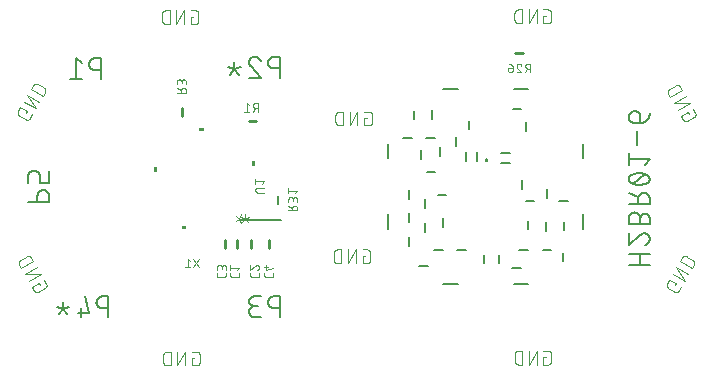
<source format=gbr>
G04 EAGLE Gerber RS-274X export*
G75*
%MOMM*%
%FSLAX34Y34*%
%LPD*%
%INSilkscreen Bottom*%
%IPPOS*%
%AMOC8*
5,1,8,0,0,1.08239X$1,22.5*%
G01*
%ADD10C,0.152400*%
%ADD11C,0.101600*%
%ADD12C,0.076200*%
%ADD13C,0.050800*%
%ADD14C,0.254000*%
%ADD15C,0.203200*%
%ADD16C,0.200000*%

G36*
X-130769Y47150D02*
X-130769Y47150D01*
X-130767Y47150D01*
X-130724Y47169D01*
X-130680Y47188D01*
X-130680Y47190D01*
X-130678Y47191D01*
X-130645Y47276D01*
X-130645Y49816D01*
X-130646Y49818D01*
X-130645Y49820D01*
X-130665Y49863D01*
X-130683Y49906D01*
X-130685Y49907D01*
X-130686Y49909D01*
X-130771Y49942D01*
X-134581Y49942D01*
X-134583Y49941D01*
X-134585Y49942D01*
X-134628Y49922D01*
X-134672Y49904D01*
X-134672Y49902D01*
X-134674Y49901D01*
X-134707Y49816D01*
X-134707Y47276D01*
X-134706Y47274D01*
X-134707Y47272D01*
X-134687Y47229D01*
X-134669Y47185D01*
X-134667Y47184D01*
X-134666Y47182D01*
X-134581Y47150D01*
X-130771Y47150D01*
X-130769Y47150D01*
G37*
G36*
X-87501Y17616D02*
X-87501Y17616D01*
X-87499Y17616D01*
X-87456Y17635D01*
X-87412Y17654D01*
X-87412Y17656D01*
X-87410Y17657D01*
X-87377Y17742D01*
X-87377Y21552D01*
X-87378Y21554D01*
X-87377Y21556D01*
X-87397Y21599D01*
X-87415Y21642D01*
X-87417Y21643D01*
X-87418Y21645D01*
X-87503Y21678D01*
X-90043Y21678D01*
X-90045Y21677D01*
X-90047Y21678D01*
X-90090Y21658D01*
X-90134Y21640D01*
X-90134Y21638D01*
X-90136Y21637D01*
X-90169Y21552D01*
X-90169Y17742D01*
X-90168Y17740D01*
X-90169Y17738D01*
X-90149Y17695D01*
X-90131Y17651D01*
X-90129Y17650D01*
X-90128Y17648D01*
X-90043Y17616D01*
X-87503Y17616D01*
X-87501Y17616D01*
G37*
G36*
X-170305Y12615D02*
X-170305Y12615D01*
X-170303Y12615D01*
X-170260Y12634D01*
X-170216Y12653D01*
X-170216Y12655D01*
X-170214Y12656D01*
X-170181Y12741D01*
X-170181Y16551D01*
X-170182Y16553D01*
X-170181Y16555D01*
X-170201Y16598D01*
X-170219Y16641D01*
X-170221Y16642D01*
X-170222Y16644D01*
X-170307Y16677D01*
X-172847Y16677D01*
X-172849Y16676D01*
X-172851Y16677D01*
X-172894Y16657D01*
X-172938Y16639D01*
X-172938Y16637D01*
X-172940Y16636D01*
X-172973Y16551D01*
X-172973Y12741D01*
X-172972Y12739D01*
X-172973Y12737D01*
X-172953Y12694D01*
X-172935Y12650D01*
X-172933Y12649D01*
X-172932Y12647D01*
X-172847Y12615D01*
X-170307Y12615D01*
X-170305Y12615D01*
G37*
G36*
X-145772Y-35654D02*
X-145772Y-35654D01*
X-145770Y-35654D01*
X-145727Y-35635D01*
X-145683Y-35616D01*
X-145683Y-35614D01*
X-145681Y-35613D01*
X-145648Y-35528D01*
X-145648Y-32988D01*
X-145649Y-32986D01*
X-145648Y-32984D01*
X-145668Y-32941D01*
X-145686Y-32898D01*
X-145688Y-32897D01*
X-145689Y-32895D01*
X-145774Y-32862D01*
X-149584Y-32862D01*
X-149586Y-32863D01*
X-149588Y-32862D01*
X-149631Y-32882D01*
X-149675Y-32900D01*
X-149675Y-32902D01*
X-149677Y-32903D01*
X-149710Y-32988D01*
X-149710Y-35528D01*
X-149709Y-35530D01*
X-149710Y-35532D01*
X-149690Y-35575D01*
X-149672Y-35619D01*
X-149670Y-35620D01*
X-149669Y-35622D01*
X-149584Y-35655D01*
X-145774Y-35655D01*
X-145772Y-35654D01*
G37*
D10*
X-218250Y91250D02*
X-218250Y109030D01*
X-223188Y109030D01*
X-223328Y109028D01*
X-223467Y109022D01*
X-223607Y109012D01*
X-223746Y108998D01*
X-223885Y108981D01*
X-224023Y108959D01*
X-224160Y108933D01*
X-224297Y108904D01*
X-224433Y108871D01*
X-224567Y108834D01*
X-224701Y108793D01*
X-224833Y108748D01*
X-224965Y108699D01*
X-225094Y108647D01*
X-225222Y108592D01*
X-225349Y108532D01*
X-225474Y108469D01*
X-225597Y108403D01*
X-225718Y108333D01*
X-225837Y108260D01*
X-225954Y108183D01*
X-226068Y108103D01*
X-226181Y108020D01*
X-226291Y107934D01*
X-226398Y107844D01*
X-226503Y107752D01*
X-226605Y107657D01*
X-226705Y107559D01*
X-226802Y107458D01*
X-226896Y107354D01*
X-226986Y107248D01*
X-227074Y107139D01*
X-227159Y107028D01*
X-227240Y106914D01*
X-227319Y106799D01*
X-227394Y106681D01*
X-227465Y106560D01*
X-227533Y106438D01*
X-227598Y106315D01*
X-227659Y106189D01*
X-227717Y106061D01*
X-227771Y105933D01*
X-227821Y105802D01*
X-227868Y105670D01*
X-227911Y105537D01*
X-227950Y105403D01*
X-227985Y105268D01*
X-228016Y105132D01*
X-228044Y104994D01*
X-228067Y104857D01*
X-228087Y104718D01*
X-228103Y104579D01*
X-228115Y104440D01*
X-228123Y104301D01*
X-228127Y104161D01*
X-228127Y104021D01*
X-228123Y103881D01*
X-228115Y103742D01*
X-228103Y103603D01*
X-228087Y103464D01*
X-228067Y103325D01*
X-228044Y103188D01*
X-228016Y103050D01*
X-227985Y102914D01*
X-227950Y102779D01*
X-227911Y102645D01*
X-227868Y102512D01*
X-227821Y102380D01*
X-227771Y102249D01*
X-227717Y102121D01*
X-227659Y101993D01*
X-227598Y101867D01*
X-227533Y101744D01*
X-227465Y101621D01*
X-227394Y101501D01*
X-227319Y101383D01*
X-227240Y101268D01*
X-227159Y101154D01*
X-227074Y101043D01*
X-226986Y100934D01*
X-226896Y100828D01*
X-226802Y100724D01*
X-226705Y100623D01*
X-226605Y100525D01*
X-226503Y100430D01*
X-226398Y100338D01*
X-226291Y100248D01*
X-226181Y100162D01*
X-226068Y100079D01*
X-225954Y99999D01*
X-225837Y99922D01*
X-225718Y99849D01*
X-225597Y99779D01*
X-225474Y99713D01*
X-225349Y99650D01*
X-225222Y99590D01*
X-225094Y99535D01*
X-224965Y99483D01*
X-224833Y99434D01*
X-224701Y99389D01*
X-224567Y99348D01*
X-224433Y99311D01*
X-224297Y99278D01*
X-224160Y99249D01*
X-224023Y99223D01*
X-223885Y99201D01*
X-223746Y99184D01*
X-223607Y99170D01*
X-223467Y99160D01*
X-223328Y99154D01*
X-223188Y99152D01*
X-218250Y99152D01*
X-234245Y105078D02*
X-239183Y109030D01*
X-239183Y91250D01*
X-234245Y91250D02*
X-244122Y91250D01*
X-66688Y92583D02*
X-66688Y110363D01*
X-71626Y110363D01*
X-71766Y110361D01*
X-71905Y110355D01*
X-72045Y110345D01*
X-72184Y110331D01*
X-72323Y110314D01*
X-72461Y110292D01*
X-72598Y110266D01*
X-72735Y110237D01*
X-72871Y110204D01*
X-73005Y110167D01*
X-73139Y110126D01*
X-73271Y110081D01*
X-73403Y110032D01*
X-73532Y109980D01*
X-73660Y109925D01*
X-73787Y109865D01*
X-73912Y109802D01*
X-74035Y109736D01*
X-74156Y109666D01*
X-74275Y109593D01*
X-74392Y109516D01*
X-74506Y109436D01*
X-74619Y109353D01*
X-74729Y109267D01*
X-74836Y109177D01*
X-74941Y109085D01*
X-75043Y108990D01*
X-75143Y108892D01*
X-75240Y108791D01*
X-75334Y108687D01*
X-75424Y108581D01*
X-75512Y108472D01*
X-75597Y108361D01*
X-75678Y108247D01*
X-75757Y108132D01*
X-75832Y108014D01*
X-75903Y107893D01*
X-75971Y107771D01*
X-76036Y107648D01*
X-76097Y107522D01*
X-76155Y107394D01*
X-76209Y107266D01*
X-76259Y107135D01*
X-76306Y107003D01*
X-76349Y106870D01*
X-76388Y106736D01*
X-76423Y106601D01*
X-76454Y106465D01*
X-76482Y106327D01*
X-76505Y106190D01*
X-76525Y106051D01*
X-76541Y105912D01*
X-76553Y105773D01*
X-76561Y105634D01*
X-76565Y105494D01*
X-76565Y105354D01*
X-76561Y105214D01*
X-76553Y105075D01*
X-76541Y104936D01*
X-76525Y104797D01*
X-76505Y104658D01*
X-76482Y104521D01*
X-76454Y104383D01*
X-76423Y104247D01*
X-76388Y104112D01*
X-76349Y103978D01*
X-76306Y103845D01*
X-76259Y103713D01*
X-76209Y103582D01*
X-76155Y103454D01*
X-76097Y103326D01*
X-76036Y103200D01*
X-75971Y103077D01*
X-75903Y102954D01*
X-75832Y102834D01*
X-75757Y102716D01*
X-75678Y102601D01*
X-75597Y102487D01*
X-75512Y102376D01*
X-75424Y102267D01*
X-75334Y102161D01*
X-75240Y102057D01*
X-75143Y101956D01*
X-75043Y101858D01*
X-74941Y101763D01*
X-74836Y101671D01*
X-74729Y101581D01*
X-74619Y101495D01*
X-74506Y101412D01*
X-74392Y101332D01*
X-74275Y101255D01*
X-74156Y101182D01*
X-74035Y101112D01*
X-73912Y101046D01*
X-73787Y100983D01*
X-73660Y100923D01*
X-73532Y100868D01*
X-73403Y100816D01*
X-73271Y100767D01*
X-73139Y100722D01*
X-73005Y100681D01*
X-72871Y100644D01*
X-72735Y100611D01*
X-72598Y100582D01*
X-72461Y100556D01*
X-72323Y100534D01*
X-72184Y100517D01*
X-72045Y100503D01*
X-71905Y100493D01*
X-71766Y100487D01*
X-71626Y100485D01*
X-66688Y100485D01*
X-88115Y110363D02*
X-88247Y110361D01*
X-88378Y110355D01*
X-88510Y110345D01*
X-88641Y110332D01*
X-88771Y110314D01*
X-88901Y110293D01*
X-89031Y110268D01*
X-89159Y110239D01*
X-89287Y110206D01*
X-89413Y110169D01*
X-89539Y110129D01*
X-89663Y110085D01*
X-89786Y110037D01*
X-89907Y109986D01*
X-90027Y109931D01*
X-90145Y109873D01*
X-90261Y109811D01*
X-90375Y109745D01*
X-90488Y109677D01*
X-90598Y109605D01*
X-90706Y109530D01*
X-90812Y109451D01*
X-90916Y109370D01*
X-91017Y109285D01*
X-91115Y109198D01*
X-91211Y109107D01*
X-91304Y109014D01*
X-91395Y108918D01*
X-91482Y108820D01*
X-91567Y108719D01*
X-91648Y108615D01*
X-91727Y108509D01*
X-91802Y108401D01*
X-91874Y108291D01*
X-91942Y108178D01*
X-92008Y108064D01*
X-92070Y107948D01*
X-92128Y107830D01*
X-92183Y107710D01*
X-92234Y107589D01*
X-92282Y107466D01*
X-92326Y107342D01*
X-92366Y107216D01*
X-92403Y107090D01*
X-92436Y106962D01*
X-92465Y106834D01*
X-92490Y106704D01*
X-92511Y106574D01*
X-92529Y106444D01*
X-92542Y106313D01*
X-92552Y106181D01*
X-92558Y106050D01*
X-92560Y105918D01*
X-88115Y110363D02*
X-87965Y110361D01*
X-87816Y110355D01*
X-87667Y110345D01*
X-87518Y110332D01*
X-87369Y110314D01*
X-87221Y110293D01*
X-87073Y110267D01*
X-86927Y110238D01*
X-86781Y110205D01*
X-86636Y110168D01*
X-86492Y110127D01*
X-86349Y110083D01*
X-86207Y110035D01*
X-86067Y109983D01*
X-85928Y109928D01*
X-85790Y109869D01*
X-85655Y109806D01*
X-85520Y109740D01*
X-85388Y109670D01*
X-85258Y109597D01*
X-85129Y109520D01*
X-85002Y109440D01*
X-84878Y109357D01*
X-84756Y109271D01*
X-84636Y109181D01*
X-84519Y109088D01*
X-84404Y108993D01*
X-84291Y108894D01*
X-84181Y108792D01*
X-84074Y108688D01*
X-83970Y108581D01*
X-83868Y108471D01*
X-83770Y108358D01*
X-83674Y108243D01*
X-83582Y108125D01*
X-83492Y108005D01*
X-83406Y107883D01*
X-83323Y107759D01*
X-83243Y107632D01*
X-83167Y107504D01*
X-83094Y107373D01*
X-83024Y107240D01*
X-82958Y107106D01*
X-82896Y106970D01*
X-82837Y106833D01*
X-82781Y106694D01*
X-82730Y106553D01*
X-82682Y106412D01*
X-91078Y102461D02*
X-91174Y102554D01*
X-91266Y102650D01*
X-91356Y102749D01*
X-91443Y102850D01*
X-91528Y102953D01*
X-91609Y103058D01*
X-91687Y103166D01*
X-91762Y103276D01*
X-91835Y103388D01*
X-91904Y103502D01*
X-91970Y103618D01*
X-92032Y103736D01*
X-92091Y103855D01*
X-92147Y103976D01*
X-92200Y104099D01*
X-92249Y104223D01*
X-92294Y104348D01*
X-92337Y104475D01*
X-92375Y104602D01*
X-92410Y104731D01*
X-92441Y104860D01*
X-92469Y104991D01*
X-92493Y105122D01*
X-92514Y105254D01*
X-92530Y105386D01*
X-92543Y105519D01*
X-92553Y105652D01*
X-92558Y105785D01*
X-92560Y105918D01*
X-91079Y102461D02*
X-82683Y92583D01*
X-92560Y92583D01*
X-104930Y99497D02*
X-104930Y105424D01*
X-104930Y99497D02*
X-108387Y95052D01*
X-104930Y99497D02*
X-101473Y95052D01*
X-104930Y99497D02*
X-110363Y101473D01*
X-104930Y99497D02*
X-99497Y101473D01*
X-261906Y-12347D02*
X-279686Y-12347D01*
X-261906Y-12347D02*
X-261906Y-7408D01*
X-261908Y-7268D01*
X-261914Y-7129D01*
X-261924Y-6989D01*
X-261938Y-6850D01*
X-261955Y-6711D01*
X-261977Y-6573D01*
X-262003Y-6436D01*
X-262032Y-6299D01*
X-262065Y-6163D01*
X-262102Y-6029D01*
X-262143Y-5895D01*
X-262188Y-5763D01*
X-262237Y-5631D01*
X-262289Y-5502D01*
X-262344Y-5374D01*
X-262404Y-5247D01*
X-262467Y-5122D01*
X-262533Y-4999D01*
X-262603Y-4878D01*
X-262676Y-4759D01*
X-262753Y-4642D01*
X-262833Y-4528D01*
X-262916Y-4415D01*
X-263002Y-4305D01*
X-263092Y-4198D01*
X-263184Y-4093D01*
X-263279Y-3991D01*
X-263377Y-3891D01*
X-263478Y-3794D01*
X-263582Y-3700D01*
X-263688Y-3610D01*
X-263797Y-3522D01*
X-263908Y-3437D01*
X-264022Y-3356D01*
X-264137Y-3277D01*
X-264255Y-3202D01*
X-264376Y-3131D01*
X-264498Y-3063D01*
X-264621Y-2998D01*
X-264747Y-2937D01*
X-264875Y-2879D01*
X-265003Y-2825D01*
X-265134Y-2775D01*
X-265266Y-2728D01*
X-265399Y-2685D01*
X-265533Y-2646D01*
X-265668Y-2611D01*
X-265804Y-2580D01*
X-265942Y-2552D01*
X-266079Y-2529D01*
X-266218Y-2509D01*
X-266357Y-2493D01*
X-266496Y-2481D01*
X-266635Y-2473D01*
X-266775Y-2469D01*
X-266915Y-2469D01*
X-267055Y-2473D01*
X-267194Y-2481D01*
X-267333Y-2493D01*
X-267472Y-2509D01*
X-267611Y-2529D01*
X-267748Y-2552D01*
X-267886Y-2580D01*
X-268022Y-2611D01*
X-268157Y-2646D01*
X-268291Y-2685D01*
X-268424Y-2728D01*
X-268556Y-2775D01*
X-268687Y-2825D01*
X-268815Y-2879D01*
X-268943Y-2937D01*
X-269069Y-2998D01*
X-269192Y-3063D01*
X-269315Y-3131D01*
X-269435Y-3202D01*
X-269553Y-3277D01*
X-269668Y-3356D01*
X-269782Y-3437D01*
X-269893Y-3522D01*
X-270002Y-3610D01*
X-270108Y-3700D01*
X-270212Y-3794D01*
X-270313Y-3891D01*
X-270411Y-3991D01*
X-270506Y-4093D01*
X-270598Y-4198D01*
X-270688Y-4305D01*
X-270774Y-4415D01*
X-270857Y-4528D01*
X-270937Y-4642D01*
X-271014Y-4759D01*
X-271087Y-4878D01*
X-271157Y-4999D01*
X-271223Y-5122D01*
X-271286Y-5247D01*
X-271346Y-5374D01*
X-271401Y-5502D01*
X-271453Y-5631D01*
X-271502Y-5763D01*
X-271547Y-5895D01*
X-271588Y-6029D01*
X-271625Y-6163D01*
X-271658Y-6299D01*
X-271687Y-6436D01*
X-271713Y-6573D01*
X-271735Y-6711D01*
X-271752Y-6850D01*
X-271766Y-6989D01*
X-271776Y-7129D01*
X-271782Y-7268D01*
X-271784Y-7408D01*
X-271784Y-12347D01*
X-279686Y3648D02*
X-279686Y9574D01*
X-279684Y9698D01*
X-279678Y9822D01*
X-279668Y9946D01*
X-279655Y10069D01*
X-279637Y10192D01*
X-279616Y10314D01*
X-279591Y10436D01*
X-279562Y10557D01*
X-279529Y10676D01*
X-279493Y10795D01*
X-279452Y10912D01*
X-279409Y11028D01*
X-279361Y11143D01*
X-279310Y11256D01*
X-279255Y11368D01*
X-279197Y11477D01*
X-279136Y11585D01*
X-279071Y11691D01*
X-279003Y11795D01*
X-278931Y11896D01*
X-278857Y11996D01*
X-278779Y12092D01*
X-278699Y12187D01*
X-278615Y12279D01*
X-278529Y12368D01*
X-278440Y12454D01*
X-278348Y12538D01*
X-278253Y12618D01*
X-278157Y12696D01*
X-278057Y12770D01*
X-277956Y12842D01*
X-277852Y12910D01*
X-277746Y12975D01*
X-277638Y13036D01*
X-277529Y13094D01*
X-277417Y13149D01*
X-277304Y13200D01*
X-277189Y13248D01*
X-277073Y13291D01*
X-276956Y13332D01*
X-276837Y13368D01*
X-276718Y13401D01*
X-276597Y13430D01*
X-276475Y13455D01*
X-276353Y13476D01*
X-276230Y13494D01*
X-276107Y13507D01*
X-275983Y13517D01*
X-275859Y13523D01*
X-275735Y13525D01*
X-275735Y13526D02*
X-273759Y13526D01*
X-273759Y13525D02*
X-273635Y13523D01*
X-273511Y13517D01*
X-273387Y13507D01*
X-273264Y13494D01*
X-273141Y13476D01*
X-273019Y13455D01*
X-272897Y13430D01*
X-272776Y13401D01*
X-272657Y13368D01*
X-272538Y13332D01*
X-272421Y13291D01*
X-272305Y13248D01*
X-272190Y13200D01*
X-272077Y13149D01*
X-271965Y13094D01*
X-271856Y13036D01*
X-271748Y12975D01*
X-271642Y12910D01*
X-271538Y12842D01*
X-271437Y12770D01*
X-271337Y12696D01*
X-271241Y12618D01*
X-271146Y12538D01*
X-271054Y12454D01*
X-270965Y12368D01*
X-270879Y12279D01*
X-270795Y12187D01*
X-270715Y12092D01*
X-270637Y11996D01*
X-270563Y11896D01*
X-270491Y11795D01*
X-270423Y11691D01*
X-270358Y11585D01*
X-270297Y11477D01*
X-270239Y11368D01*
X-270184Y11256D01*
X-270133Y11143D01*
X-270085Y11028D01*
X-270042Y10912D01*
X-270001Y10795D01*
X-269965Y10676D01*
X-269932Y10557D01*
X-269903Y10436D01*
X-269878Y10314D01*
X-269857Y10192D01*
X-269839Y10069D01*
X-269826Y9946D01*
X-269816Y9822D01*
X-269810Y9698D01*
X-269808Y9574D01*
X-269808Y3648D01*
X-261906Y3648D01*
X-261906Y13526D01*
X-211900Y-92583D02*
X-211900Y-110363D01*
X-211900Y-92583D02*
X-216838Y-92583D01*
X-216978Y-92585D01*
X-217117Y-92591D01*
X-217257Y-92601D01*
X-217396Y-92615D01*
X-217535Y-92632D01*
X-217673Y-92654D01*
X-217810Y-92680D01*
X-217947Y-92709D01*
X-218083Y-92742D01*
X-218217Y-92779D01*
X-218351Y-92820D01*
X-218483Y-92865D01*
X-218615Y-92914D01*
X-218744Y-92966D01*
X-218872Y-93021D01*
X-218999Y-93081D01*
X-219124Y-93144D01*
X-219247Y-93210D01*
X-219368Y-93280D01*
X-219487Y-93353D01*
X-219604Y-93430D01*
X-219718Y-93510D01*
X-219831Y-93593D01*
X-219941Y-93679D01*
X-220048Y-93769D01*
X-220153Y-93861D01*
X-220255Y-93956D01*
X-220355Y-94054D01*
X-220452Y-94155D01*
X-220546Y-94259D01*
X-220636Y-94365D01*
X-220724Y-94474D01*
X-220809Y-94585D01*
X-220890Y-94699D01*
X-220969Y-94814D01*
X-221044Y-94932D01*
X-221115Y-95053D01*
X-221183Y-95175D01*
X-221248Y-95298D01*
X-221309Y-95424D01*
X-221367Y-95552D01*
X-221421Y-95680D01*
X-221471Y-95811D01*
X-221518Y-95943D01*
X-221561Y-96076D01*
X-221600Y-96210D01*
X-221635Y-96345D01*
X-221666Y-96481D01*
X-221694Y-96619D01*
X-221717Y-96756D01*
X-221737Y-96895D01*
X-221753Y-97034D01*
X-221765Y-97173D01*
X-221773Y-97312D01*
X-221777Y-97452D01*
X-221777Y-97592D01*
X-221773Y-97732D01*
X-221765Y-97871D01*
X-221753Y-98010D01*
X-221737Y-98149D01*
X-221717Y-98288D01*
X-221694Y-98425D01*
X-221666Y-98563D01*
X-221635Y-98699D01*
X-221600Y-98834D01*
X-221561Y-98968D01*
X-221518Y-99101D01*
X-221471Y-99233D01*
X-221421Y-99364D01*
X-221367Y-99492D01*
X-221309Y-99620D01*
X-221248Y-99746D01*
X-221183Y-99869D01*
X-221115Y-99992D01*
X-221044Y-100112D01*
X-220969Y-100230D01*
X-220890Y-100345D01*
X-220809Y-100459D01*
X-220724Y-100570D01*
X-220636Y-100679D01*
X-220546Y-100785D01*
X-220452Y-100889D01*
X-220355Y-100990D01*
X-220255Y-101088D01*
X-220153Y-101183D01*
X-220048Y-101275D01*
X-219941Y-101365D01*
X-219831Y-101451D01*
X-219718Y-101534D01*
X-219604Y-101614D01*
X-219487Y-101691D01*
X-219368Y-101764D01*
X-219247Y-101834D01*
X-219124Y-101900D01*
X-218999Y-101963D01*
X-218872Y-102023D01*
X-218744Y-102078D01*
X-218615Y-102130D01*
X-218483Y-102179D01*
X-218351Y-102224D01*
X-218217Y-102265D01*
X-218083Y-102302D01*
X-217947Y-102335D01*
X-217810Y-102364D01*
X-217673Y-102390D01*
X-217535Y-102412D01*
X-217396Y-102429D01*
X-217257Y-102443D01*
X-217117Y-102453D01*
X-216978Y-102459D01*
X-216838Y-102461D01*
X-211900Y-102461D01*
X-227895Y-106412D02*
X-231846Y-92583D01*
X-227895Y-106412D02*
X-237772Y-106412D01*
X-234809Y-102461D02*
X-234809Y-110363D01*
X-250142Y-103449D02*
X-250142Y-97522D01*
X-250142Y-103449D02*
X-253599Y-107894D01*
X-250142Y-103449D02*
X-246685Y-107894D01*
X-250142Y-103449D02*
X-255575Y-101473D01*
X-250142Y-103449D02*
X-244709Y-101473D01*
X-66643Y-110363D02*
X-66643Y-92583D01*
X-71582Y-92583D01*
X-71722Y-92585D01*
X-71861Y-92591D01*
X-72001Y-92601D01*
X-72140Y-92615D01*
X-72279Y-92632D01*
X-72417Y-92654D01*
X-72554Y-92680D01*
X-72691Y-92709D01*
X-72827Y-92742D01*
X-72961Y-92779D01*
X-73095Y-92820D01*
X-73227Y-92865D01*
X-73359Y-92914D01*
X-73488Y-92966D01*
X-73616Y-93021D01*
X-73743Y-93081D01*
X-73868Y-93144D01*
X-73991Y-93210D01*
X-74112Y-93280D01*
X-74231Y-93353D01*
X-74348Y-93430D01*
X-74462Y-93510D01*
X-74575Y-93593D01*
X-74685Y-93679D01*
X-74792Y-93769D01*
X-74897Y-93861D01*
X-74999Y-93956D01*
X-75099Y-94054D01*
X-75196Y-94155D01*
X-75290Y-94259D01*
X-75380Y-94365D01*
X-75468Y-94474D01*
X-75553Y-94585D01*
X-75634Y-94699D01*
X-75713Y-94814D01*
X-75788Y-94932D01*
X-75859Y-95053D01*
X-75927Y-95175D01*
X-75992Y-95298D01*
X-76053Y-95424D01*
X-76111Y-95552D01*
X-76165Y-95680D01*
X-76215Y-95811D01*
X-76262Y-95943D01*
X-76305Y-96076D01*
X-76344Y-96210D01*
X-76379Y-96345D01*
X-76410Y-96481D01*
X-76438Y-96619D01*
X-76461Y-96756D01*
X-76481Y-96895D01*
X-76497Y-97034D01*
X-76509Y-97173D01*
X-76517Y-97312D01*
X-76521Y-97452D01*
X-76521Y-97592D01*
X-76517Y-97732D01*
X-76509Y-97871D01*
X-76497Y-98010D01*
X-76481Y-98149D01*
X-76461Y-98288D01*
X-76438Y-98425D01*
X-76410Y-98563D01*
X-76379Y-98699D01*
X-76344Y-98834D01*
X-76305Y-98968D01*
X-76262Y-99101D01*
X-76215Y-99233D01*
X-76165Y-99364D01*
X-76111Y-99492D01*
X-76053Y-99620D01*
X-75992Y-99746D01*
X-75927Y-99869D01*
X-75859Y-99992D01*
X-75788Y-100112D01*
X-75713Y-100230D01*
X-75634Y-100345D01*
X-75553Y-100459D01*
X-75468Y-100570D01*
X-75380Y-100679D01*
X-75290Y-100785D01*
X-75196Y-100889D01*
X-75099Y-100990D01*
X-74999Y-101088D01*
X-74897Y-101183D01*
X-74792Y-101275D01*
X-74685Y-101365D01*
X-74575Y-101451D01*
X-74462Y-101534D01*
X-74348Y-101614D01*
X-74231Y-101691D01*
X-74112Y-101764D01*
X-73991Y-101834D01*
X-73868Y-101900D01*
X-73743Y-101963D01*
X-73616Y-102023D01*
X-73488Y-102078D01*
X-73359Y-102130D01*
X-73227Y-102179D01*
X-73095Y-102224D01*
X-72961Y-102265D01*
X-72827Y-102302D01*
X-72691Y-102335D01*
X-72554Y-102364D01*
X-72417Y-102390D01*
X-72279Y-102412D01*
X-72140Y-102429D01*
X-72001Y-102443D01*
X-71861Y-102453D01*
X-71722Y-102459D01*
X-71582Y-102461D01*
X-66643Y-102461D01*
X-82638Y-110363D02*
X-87577Y-110363D01*
X-87717Y-110361D01*
X-87856Y-110355D01*
X-87996Y-110345D01*
X-88135Y-110331D01*
X-88274Y-110314D01*
X-88412Y-110292D01*
X-88549Y-110266D01*
X-88686Y-110237D01*
X-88822Y-110204D01*
X-88956Y-110167D01*
X-89090Y-110126D01*
X-89222Y-110081D01*
X-89354Y-110032D01*
X-89483Y-109980D01*
X-89611Y-109925D01*
X-89738Y-109865D01*
X-89863Y-109802D01*
X-89986Y-109736D01*
X-90107Y-109666D01*
X-90226Y-109593D01*
X-90343Y-109516D01*
X-90457Y-109436D01*
X-90570Y-109353D01*
X-90680Y-109267D01*
X-90787Y-109177D01*
X-90892Y-109085D01*
X-90994Y-108990D01*
X-91094Y-108892D01*
X-91191Y-108791D01*
X-91285Y-108687D01*
X-91375Y-108581D01*
X-91463Y-108472D01*
X-91548Y-108361D01*
X-91629Y-108247D01*
X-91708Y-108132D01*
X-91783Y-108014D01*
X-91854Y-107894D01*
X-91922Y-107771D01*
X-91987Y-107648D01*
X-92048Y-107522D01*
X-92106Y-107394D01*
X-92160Y-107266D01*
X-92210Y-107135D01*
X-92257Y-107003D01*
X-92300Y-106870D01*
X-92339Y-106736D01*
X-92374Y-106601D01*
X-92405Y-106465D01*
X-92433Y-106327D01*
X-92456Y-106190D01*
X-92476Y-106051D01*
X-92492Y-105912D01*
X-92504Y-105773D01*
X-92512Y-105634D01*
X-92516Y-105494D01*
X-92516Y-105354D01*
X-92512Y-105214D01*
X-92504Y-105075D01*
X-92492Y-104936D01*
X-92476Y-104797D01*
X-92456Y-104658D01*
X-92433Y-104521D01*
X-92405Y-104383D01*
X-92374Y-104247D01*
X-92339Y-104112D01*
X-92300Y-103978D01*
X-92257Y-103845D01*
X-92210Y-103713D01*
X-92160Y-103582D01*
X-92106Y-103454D01*
X-92048Y-103326D01*
X-91987Y-103200D01*
X-91922Y-103077D01*
X-91854Y-102955D01*
X-91783Y-102834D01*
X-91708Y-102716D01*
X-91629Y-102601D01*
X-91548Y-102487D01*
X-91463Y-102376D01*
X-91375Y-102267D01*
X-91285Y-102161D01*
X-91191Y-102057D01*
X-91094Y-101956D01*
X-90994Y-101858D01*
X-90892Y-101763D01*
X-90787Y-101671D01*
X-90680Y-101581D01*
X-90570Y-101495D01*
X-90457Y-101412D01*
X-90343Y-101332D01*
X-90226Y-101255D01*
X-90107Y-101182D01*
X-89986Y-101112D01*
X-89863Y-101046D01*
X-89738Y-100983D01*
X-89611Y-100923D01*
X-89483Y-100868D01*
X-89354Y-100816D01*
X-89222Y-100767D01*
X-89090Y-100722D01*
X-88956Y-100681D01*
X-88822Y-100644D01*
X-88686Y-100611D01*
X-88549Y-100582D01*
X-88412Y-100556D01*
X-88274Y-100534D01*
X-88135Y-100517D01*
X-87996Y-100503D01*
X-87856Y-100493D01*
X-87717Y-100487D01*
X-87577Y-100485D01*
X-88565Y-92583D02*
X-82638Y-92583D01*
X-88565Y-92583D02*
X-88689Y-92585D01*
X-88813Y-92591D01*
X-88937Y-92601D01*
X-89060Y-92614D01*
X-89183Y-92632D01*
X-89305Y-92653D01*
X-89427Y-92678D01*
X-89548Y-92707D01*
X-89667Y-92740D01*
X-89786Y-92776D01*
X-89903Y-92817D01*
X-90019Y-92860D01*
X-90134Y-92908D01*
X-90247Y-92959D01*
X-90359Y-93014D01*
X-90468Y-93072D01*
X-90576Y-93133D01*
X-90682Y-93198D01*
X-90786Y-93266D01*
X-90887Y-93338D01*
X-90987Y-93412D01*
X-91083Y-93490D01*
X-91178Y-93570D01*
X-91270Y-93654D01*
X-91359Y-93740D01*
X-91445Y-93829D01*
X-91529Y-93921D01*
X-91609Y-94016D01*
X-91687Y-94112D01*
X-91761Y-94212D01*
X-91833Y-94313D01*
X-91901Y-94417D01*
X-91966Y-94523D01*
X-92027Y-94631D01*
X-92085Y-94740D01*
X-92140Y-94852D01*
X-92191Y-94965D01*
X-92239Y-95080D01*
X-92282Y-95196D01*
X-92323Y-95313D01*
X-92359Y-95432D01*
X-92392Y-95551D01*
X-92421Y-95672D01*
X-92446Y-95794D01*
X-92467Y-95916D01*
X-92485Y-96039D01*
X-92498Y-96162D01*
X-92508Y-96286D01*
X-92514Y-96410D01*
X-92516Y-96534D01*
X-92514Y-96658D01*
X-92508Y-96782D01*
X-92498Y-96906D01*
X-92485Y-97029D01*
X-92467Y-97152D01*
X-92446Y-97274D01*
X-92421Y-97396D01*
X-92392Y-97517D01*
X-92359Y-97636D01*
X-92323Y-97755D01*
X-92282Y-97872D01*
X-92239Y-97988D01*
X-92191Y-98103D01*
X-92140Y-98216D01*
X-92085Y-98328D01*
X-92027Y-98437D01*
X-91966Y-98545D01*
X-91901Y-98651D01*
X-91833Y-98755D01*
X-91761Y-98856D01*
X-91687Y-98956D01*
X-91609Y-99052D01*
X-91529Y-99147D01*
X-91445Y-99239D01*
X-91359Y-99328D01*
X-91270Y-99414D01*
X-91178Y-99498D01*
X-91083Y-99578D01*
X-90987Y-99656D01*
X-90887Y-99730D01*
X-90786Y-99802D01*
X-90682Y-99870D01*
X-90576Y-99935D01*
X-90468Y-99996D01*
X-90359Y-100054D01*
X-90247Y-100109D01*
X-90134Y-100160D01*
X-90019Y-100208D01*
X-89903Y-100251D01*
X-89786Y-100292D01*
X-89667Y-100328D01*
X-89548Y-100361D01*
X-89427Y-100390D01*
X-89305Y-100415D01*
X-89183Y-100436D01*
X-89060Y-100454D01*
X-88937Y-100467D01*
X-88813Y-100477D01*
X-88689Y-100483D01*
X-88565Y-100485D01*
X-84614Y-100485D01*
X228778Y-66267D02*
X246558Y-66267D01*
X238656Y-66267D02*
X238656Y-56389D01*
X246558Y-56389D02*
X228778Y-56389D01*
X242113Y-39080D02*
X242245Y-39082D01*
X242376Y-39088D01*
X242508Y-39098D01*
X242639Y-39111D01*
X242769Y-39129D01*
X242899Y-39150D01*
X243029Y-39175D01*
X243157Y-39204D01*
X243285Y-39237D01*
X243411Y-39274D01*
X243537Y-39314D01*
X243661Y-39358D01*
X243784Y-39406D01*
X243905Y-39457D01*
X244025Y-39512D01*
X244143Y-39570D01*
X244259Y-39632D01*
X244373Y-39698D01*
X244486Y-39766D01*
X244596Y-39838D01*
X244704Y-39913D01*
X244810Y-39992D01*
X244914Y-40073D01*
X245015Y-40158D01*
X245113Y-40245D01*
X245209Y-40336D01*
X245302Y-40429D01*
X245393Y-40525D01*
X245480Y-40623D01*
X245565Y-40724D01*
X245646Y-40828D01*
X245725Y-40934D01*
X245800Y-41042D01*
X245872Y-41152D01*
X245940Y-41265D01*
X246006Y-41379D01*
X246068Y-41495D01*
X246126Y-41613D01*
X246181Y-41733D01*
X246232Y-41854D01*
X246280Y-41977D01*
X246324Y-42101D01*
X246364Y-42227D01*
X246401Y-42353D01*
X246434Y-42481D01*
X246463Y-42609D01*
X246488Y-42739D01*
X246509Y-42869D01*
X246527Y-42999D01*
X246540Y-43130D01*
X246550Y-43262D01*
X246556Y-43393D01*
X246558Y-43525D01*
X246556Y-43675D01*
X246550Y-43824D01*
X246540Y-43973D01*
X246527Y-44122D01*
X246509Y-44271D01*
X246488Y-44419D01*
X246462Y-44567D01*
X246433Y-44713D01*
X246400Y-44859D01*
X246363Y-45004D01*
X246322Y-45148D01*
X246278Y-45291D01*
X246230Y-45433D01*
X246178Y-45573D01*
X246123Y-45712D01*
X246064Y-45850D01*
X246001Y-45985D01*
X245935Y-46120D01*
X245865Y-46252D01*
X245792Y-46382D01*
X245715Y-46511D01*
X245635Y-46638D01*
X245552Y-46762D01*
X245466Y-46884D01*
X245376Y-47004D01*
X245283Y-47121D01*
X245188Y-47236D01*
X245089Y-47349D01*
X244987Y-47459D01*
X244883Y-47566D01*
X244776Y-47670D01*
X244666Y-47772D01*
X244553Y-47870D01*
X244438Y-47966D01*
X244320Y-48058D01*
X244200Y-48148D01*
X244078Y-48234D01*
X243954Y-48317D01*
X243827Y-48397D01*
X243699Y-48473D01*
X243568Y-48546D01*
X243435Y-48616D01*
X243301Y-48682D01*
X243165Y-48744D01*
X243028Y-48803D01*
X242889Y-48859D01*
X242748Y-48910D01*
X242607Y-48958D01*
X238656Y-40562D02*
X238749Y-40466D01*
X238845Y-40374D01*
X238944Y-40284D01*
X239045Y-40197D01*
X239148Y-40113D01*
X239253Y-40031D01*
X239361Y-39953D01*
X239471Y-39878D01*
X239583Y-39805D01*
X239697Y-39736D01*
X239813Y-39670D01*
X239931Y-39608D01*
X240050Y-39549D01*
X240171Y-39493D01*
X240294Y-39440D01*
X240418Y-39391D01*
X240543Y-39346D01*
X240670Y-39303D01*
X240797Y-39265D01*
X240926Y-39230D01*
X241055Y-39199D01*
X241186Y-39171D01*
X241317Y-39147D01*
X241449Y-39126D01*
X241581Y-39110D01*
X241714Y-39097D01*
X241847Y-39087D01*
X241980Y-39082D01*
X242113Y-39080D01*
X238656Y-40562D02*
X228778Y-48958D01*
X228778Y-39080D01*
X238656Y-31452D02*
X238656Y-26513D01*
X238654Y-26373D01*
X238648Y-26234D01*
X238638Y-26094D01*
X238624Y-25955D01*
X238607Y-25816D01*
X238585Y-25678D01*
X238559Y-25541D01*
X238530Y-25404D01*
X238497Y-25268D01*
X238460Y-25134D01*
X238419Y-25000D01*
X238374Y-24868D01*
X238325Y-24736D01*
X238273Y-24607D01*
X238218Y-24479D01*
X238158Y-24352D01*
X238095Y-24227D01*
X238029Y-24104D01*
X237959Y-23983D01*
X237886Y-23864D01*
X237809Y-23747D01*
X237729Y-23633D01*
X237646Y-23520D01*
X237560Y-23410D01*
X237470Y-23303D01*
X237378Y-23198D01*
X237283Y-23096D01*
X237185Y-22996D01*
X237084Y-22899D01*
X236980Y-22805D01*
X236874Y-22715D01*
X236765Y-22627D01*
X236654Y-22542D01*
X236540Y-22461D01*
X236425Y-22382D01*
X236307Y-22307D01*
X236187Y-22236D01*
X236064Y-22168D01*
X235941Y-22103D01*
X235815Y-22042D01*
X235687Y-21984D01*
X235559Y-21930D01*
X235428Y-21880D01*
X235296Y-21833D01*
X235163Y-21790D01*
X235029Y-21751D01*
X234894Y-21716D01*
X234758Y-21685D01*
X234620Y-21657D01*
X234483Y-21634D01*
X234344Y-21614D01*
X234205Y-21598D01*
X234066Y-21586D01*
X233927Y-21578D01*
X233787Y-21574D01*
X233647Y-21574D01*
X233507Y-21578D01*
X233368Y-21586D01*
X233229Y-21598D01*
X233090Y-21614D01*
X232951Y-21634D01*
X232814Y-21657D01*
X232676Y-21685D01*
X232540Y-21716D01*
X232405Y-21751D01*
X232271Y-21790D01*
X232138Y-21833D01*
X232006Y-21880D01*
X231875Y-21930D01*
X231747Y-21984D01*
X231619Y-22042D01*
X231493Y-22103D01*
X231370Y-22168D01*
X231248Y-22236D01*
X231127Y-22307D01*
X231009Y-22382D01*
X230894Y-22461D01*
X230780Y-22542D01*
X230669Y-22627D01*
X230560Y-22715D01*
X230454Y-22805D01*
X230350Y-22899D01*
X230249Y-22996D01*
X230151Y-23096D01*
X230056Y-23198D01*
X229964Y-23303D01*
X229874Y-23410D01*
X229788Y-23520D01*
X229705Y-23633D01*
X229625Y-23747D01*
X229548Y-23864D01*
X229475Y-23983D01*
X229405Y-24104D01*
X229339Y-24227D01*
X229276Y-24352D01*
X229216Y-24479D01*
X229161Y-24607D01*
X229109Y-24736D01*
X229060Y-24868D01*
X229015Y-25000D01*
X228974Y-25134D01*
X228937Y-25268D01*
X228904Y-25404D01*
X228875Y-25541D01*
X228849Y-25678D01*
X228827Y-25816D01*
X228810Y-25955D01*
X228796Y-26094D01*
X228786Y-26234D01*
X228780Y-26373D01*
X228778Y-26513D01*
X228778Y-31452D01*
X246558Y-31452D01*
X246558Y-26513D01*
X246556Y-26389D01*
X246550Y-26265D01*
X246540Y-26141D01*
X246527Y-26018D01*
X246509Y-25895D01*
X246488Y-25773D01*
X246463Y-25651D01*
X246434Y-25530D01*
X246401Y-25411D01*
X246365Y-25292D01*
X246324Y-25175D01*
X246281Y-25059D01*
X246233Y-24944D01*
X246182Y-24831D01*
X246127Y-24719D01*
X246069Y-24610D01*
X246008Y-24502D01*
X245943Y-24396D01*
X245875Y-24292D01*
X245803Y-24191D01*
X245729Y-24091D01*
X245651Y-23995D01*
X245571Y-23900D01*
X245487Y-23808D01*
X245401Y-23719D01*
X245312Y-23633D01*
X245220Y-23549D01*
X245125Y-23469D01*
X245029Y-23391D01*
X244929Y-23317D01*
X244828Y-23245D01*
X244724Y-23177D01*
X244618Y-23112D01*
X244510Y-23051D01*
X244401Y-22993D01*
X244289Y-22938D01*
X244176Y-22887D01*
X244061Y-22839D01*
X243945Y-22796D01*
X243828Y-22755D01*
X243709Y-22719D01*
X243590Y-22686D01*
X243469Y-22657D01*
X243347Y-22632D01*
X243225Y-22611D01*
X243102Y-22593D01*
X242979Y-22580D01*
X242855Y-22570D01*
X242731Y-22564D01*
X242607Y-22562D01*
X242483Y-22564D01*
X242359Y-22570D01*
X242235Y-22580D01*
X242112Y-22593D01*
X241989Y-22611D01*
X241867Y-22632D01*
X241745Y-22657D01*
X241624Y-22686D01*
X241505Y-22719D01*
X241386Y-22755D01*
X241269Y-22796D01*
X241153Y-22839D01*
X241038Y-22887D01*
X240925Y-22938D01*
X240813Y-22993D01*
X240704Y-23051D01*
X240596Y-23112D01*
X240490Y-23177D01*
X240386Y-23245D01*
X240285Y-23317D01*
X240185Y-23391D01*
X240089Y-23469D01*
X239994Y-23549D01*
X239902Y-23633D01*
X239813Y-23719D01*
X239727Y-23808D01*
X239643Y-23900D01*
X239563Y-23995D01*
X239485Y-24091D01*
X239411Y-24191D01*
X239339Y-24292D01*
X239271Y-24396D01*
X239206Y-24502D01*
X239145Y-24610D01*
X239087Y-24719D01*
X239032Y-24831D01*
X238981Y-24944D01*
X238933Y-25059D01*
X238890Y-25175D01*
X238849Y-25292D01*
X238813Y-25411D01*
X238780Y-25530D01*
X238751Y-25651D01*
X238726Y-25773D01*
X238705Y-25895D01*
X238687Y-26018D01*
X238674Y-26141D01*
X238664Y-26265D01*
X238658Y-26389D01*
X238656Y-26513D01*
X246558Y-14813D02*
X228778Y-14813D01*
X246558Y-14813D02*
X246558Y-9874D01*
X246556Y-9734D01*
X246550Y-9595D01*
X246540Y-9455D01*
X246526Y-9316D01*
X246509Y-9177D01*
X246487Y-9039D01*
X246461Y-8902D01*
X246432Y-8765D01*
X246399Y-8629D01*
X246362Y-8495D01*
X246321Y-8361D01*
X246276Y-8229D01*
X246227Y-8097D01*
X246175Y-7968D01*
X246120Y-7840D01*
X246060Y-7713D01*
X245997Y-7588D01*
X245931Y-7465D01*
X245861Y-7344D01*
X245788Y-7225D01*
X245711Y-7108D01*
X245631Y-6994D01*
X245548Y-6881D01*
X245462Y-6771D01*
X245372Y-6664D01*
X245280Y-6559D01*
X245185Y-6457D01*
X245087Y-6357D01*
X244986Y-6260D01*
X244882Y-6166D01*
X244776Y-6076D01*
X244667Y-5988D01*
X244556Y-5903D01*
X244442Y-5822D01*
X244327Y-5743D01*
X244209Y-5668D01*
X244089Y-5597D01*
X243966Y-5529D01*
X243843Y-5464D01*
X243717Y-5403D01*
X243589Y-5345D01*
X243461Y-5291D01*
X243330Y-5241D01*
X243198Y-5194D01*
X243065Y-5151D01*
X242931Y-5112D01*
X242796Y-5077D01*
X242660Y-5046D01*
X242522Y-5018D01*
X242385Y-4995D01*
X242246Y-4975D01*
X242107Y-4959D01*
X241968Y-4947D01*
X241829Y-4939D01*
X241689Y-4935D01*
X241549Y-4935D01*
X241409Y-4939D01*
X241270Y-4947D01*
X241131Y-4959D01*
X240992Y-4975D01*
X240853Y-4995D01*
X240716Y-5018D01*
X240578Y-5046D01*
X240442Y-5077D01*
X240307Y-5112D01*
X240173Y-5151D01*
X240040Y-5194D01*
X239908Y-5241D01*
X239777Y-5291D01*
X239649Y-5345D01*
X239521Y-5403D01*
X239395Y-5464D01*
X239272Y-5529D01*
X239150Y-5597D01*
X239029Y-5668D01*
X238911Y-5743D01*
X238796Y-5822D01*
X238682Y-5903D01*
X238571Y-5988D01*
X238462Y-6076D01*
X238356Y-6166D01*
X238252Y-6260D01*
X238151Y-6357D01*
X238053Y-6457D01*
X237958Y-6559D01*
X237866Y-6664D01*
X237776Y-6771D01*
X237690Y-6881D01*
X237607Y-6994D01*
X237527Y-7108D01*
X237450Y-7225D01*
X237377Y-7344D01*
X237307Y-7465D01*
X237241Y-7588D01*
X237178Y-7713D01*
X237118Y-7840D01*
X237063Y-7968D01*
X237011Y-8097D01*
X236962Y-8229D01*
X236917Y-8361D01*
X236876Y-8495D01*
X236839Y-8629D01*
X236806Y-8765D01*
X236777Y-8902D01*
X236751Y-9039D01*
X236729Y-9177D01*
X236712Y-9316D01*
X236698Y-9455D01*
X236688Y-9595D01*
X236682Y-9734D01*
X236680Y-9874D01*
X236680Y-14813D01*
X236680Y-8886D02*
X228778Y-4935D01*
X237668Y1852D02*
X238018Y1856D01*
X238367Y1869D01*
X238716Y1890D01*
X239065Y1919D01*
X239413Y1956D01*
X239760Y2002D01*
X240105Y2056D01*
X240449Y2118D01*
X240792Y2189D01*
X241133Y2268D01*
X241472Y2354D01*
X241808Y2449D01*
X242143Y2552D01*
X242474Y2663D01*
X242804Y2781D01*
X243130Y2908D01*
X243453Y3042D01*
X243772Y3184D01*
X244089Y3334D01*
X244088Y3334D02*
X244201Y3374D01*
X244311Y3418D01*
X244421Y3466D01*
X244529Y3517D01*
X244634Y3572D01*
X244739Y3630D01*
X244841Y3692D01*
X244941Y3757D01*
X245039Y3825D01*
X245135Y3896D01*
X245228Y3971D01*
X245319Y4048D01*
X245407Y4128D01*
X245492Y4212D01*
X245575Y4297D01*
X245655Y4386D01*
X245732Y4477D01*
X245806Y4571D01*
X245877Y4667D01*
X245945Y4765D01*
X246009Y4865D01*
X246071Y4968D01*
X246128Y5072D01*
X246183Y5178D01*
X246234Y5286D01*
X246281Y5396D01*
X246325Y5507D01*
X246365Y5619D01*
X246401Y5733D01*
X246434Y5847D01*
X246463Y5963D01*
X246488Y6080D01*
X246509Y6197D01*
X246527Y6315D01*
X246540Y6434D01*
X246550Y6553D01*
X246556Y6672D01*
X246558Y6791D01*
X246556Y6910D01*
X246550Y7029D01*
X246540Y7148D01*
X246527Y7267D01*
X246509Y7385D01*
X246488Y7502D01*
X246463Y7619D01*
X246434Y7735D01*
X246401Y7849D01*
X246365Y7963D01*
X246325Y8075D01*
X246281Y8186D01*
X246234Y8296D01*
X246183Y8404D01*
X246128Y8510D01*
X246071Y8614D01*
X246009Y8717D01*
X245945Y8817D01*
X245877Y8915D01*
X245806Y9011D01*
X245732Y9105D01*
X245655Y9196D01*
X245575Y9285D01*
X245492Y9371D01*
X245407Y9454D01*
X245319Y9534D01*
X245228Y9611D01*
X245135Y9686D01*
X245039Y9757D01*
X244941Y9825D01*
X244841Y9890D01*
X244739Y9952D01*
X244634Y10010D01*
X244528Y10065D01*
X244421Y10116D01*
X244311Y10164D01*
X244201Y10208D01*
X244088Y10248D01*
X244089Y10248D02*
X243772Y10398D01*
X243453Y10540D01*
X243130Y10674D01*
X242804Y10801D01*
X242474Y10919D01*
X242143Y11030D01*
X241808Y11133D01*
X241472Y11228D01*
X241133Y11314D01*
X240792Y11393D01*
X240449Y11464D01*
X240105Y11526D01*
X239760Y11580D01*
X239413Y11626D01*
X239065Y11663D01*
X238716Y11692D01*
X238367Y11713D01*
X238018Y11726D01*
X237668Y11730D01*
X237668Y1852D02*
X237318Y1856D01*
X236969Y1869D01*
X236620Y1890D01*
X236271Y1919D01*
X235923Y1956D01*
X235576Y2002D01*
X235231Y2056D01*
X234887Y2118D01*
X234544Y2189D01*
X234203Y2268D01*
X233864Y2354D01*
X233528Y2449D01*
X233193Y2552D01*
X232862Y2663D01*
X232533Y2781D01*
X232206Y2908D01*
X231883Y3042D01*
X231564Y3184D01*
X231248Y3334D01*
X231135Y3374D01*
X231025Y3418D01*
X230915Y3466D01*
X230807Y3517D01*
X230701Y3572D01*
X230597Y3630D01*
X230495Y3692D01*
X230395Y3757D01*
X230297Y3825D01*
X230201Y3896D01*
X230108Y3971D01*
X230017Y4048D01*
X229929Y4128D01*
X229844Y4212D01*
X229761Y4297D01*
X229681Y4386D01*
X229604Y4477D01*
X229530Y4571D01*
X229459Y4667D01*
X229391Y4765D01*
X229327Y4865D01*
X229265Y4968D01*
X229207Y5072D01*
X229153Y5178D01*
X229102Y5286D01*
X229055Y5396D01*
X229011Y5507D01*
X228971Y5619D01*
X228935Y5733D01*
X228902Y5847D01*
X228873Y5963D01*
X228848Y6080D01*
X228827Y6197D01*
X228809Y6315D01*
X228796Y6434D01*
X228786Y6553D01*
X228780Y6672D01*
X228778Y6791D01*
X231248Y10247D02*
X231564Y10397D01*
X231883Y10539D01*
X232206Y10673D01*
X232533Y10800D01*
X232862Y10918D01*
X233193Y11029D01*
X233528Y11132D01*
X233864Y11227D01*
X234203Y11313D01*
X234544Y11392D01*
X234887Y11463D01*
X235231Y11525D01*
X235576Y11579D01*
X235923Y11625D01*
X236271Y11662D01*
X236620Y11691D01*
X236969Y11712D01*
X237318Y11725D01*
X237668Y11729D01*
X231248Y10248D02*
X231135Y10208D01*
X231025Y10164D01*
X230915Y10116D01*
X230808Y10065D01*
X230702Y10010D01*
X230597Y9952D01*
X230495Y9890D01*
X230395Y9825D01*
X230297Y9757D01*
X230201Y9686D01*
X230108Y9611D01*
X230017Y9534D01*
X229929Y9454D01*
X229844Y9371D01*
X229761Y9285D01*
X229681Y9196D01*
X229604Y9105D01*
X229530Y9011D01*
X229459Y8915D01*
X229391Y8817D01*
X229327Y8717D01*
X229265Y8614D01*
X229208Y8510D01*
X229153Y8404D01*
X229102Y8296D01*
X229055Y8186D01*
X229011Y8075D01*
X228971Y7963D01*
X228935Y7849D01*
X228902Y7735D01*
X228873Y7619D01*
X228848Y7502D01*
X228827Y7385D01*
X228809Y7267D01*
X228796Y7148D01*
X228786Y7029D01*
X228780Y6910D01*
X228778Y6791D01*
X232729Y2840D02*
X242607Y10742D01*
X242607Y18602D02*
X246558Y23541D01*
X228778Y23541D01*
X228778Y18602D02*
X228778Y28480D01*
X235692Y35482D02*
X235692Y47335D01*
X238656Y54337D02*
X238656Y60263D01*
X238655Y60263D02*
X238653Y60387D01*
X238647Y60511D01*
X238637Y60635D01*
X238624Y60758D01*
X238606Y60881D01*
X238585Y61003D01*
X238560Y61125D01*
X238531Y61246D01*
X238498Y61365D01*
X238462Y61484D01*
X238421Y61601D01*
X238378Y61717D01*
X238330Y61832D01*
X238279Y61945D01*
X238224Y62057D01*
X238166Y62166D01*
X238105Y62274D01*
X238040Y62380D01*
X237972Y62484D01*
X237900Y62585D01*
X237826Y62685D01*
X237748Y62781D01*
X237668Y62876D01*
X237584Y62968D01*
X237498Y63057D01*
X237409Y63143D01*
X237317Y63227D01*
X237222Y63307D01*
X237126Y63385D01*
X237026Y63459D01*
X236925Y63531D01*
X236821Y63599D01*
X236715Y63664D01*
X236607Y63725D01*
X236498Y63783D01*
X236386Y63838D01*
X236273Y63889D01*
X236158Y63937D01*
X236042Y63980D01*
X235925Y64021D01*
X235806Y64057D01*
X235687Y64090D01*
X235566Y64119D01*
X235444Y64144D01*
X235322Y64165D01*
X235199Y64183D01*
X235076Y64196D01*
X234952Y64206D01*
X234828Y64212D01*
X234704Y64214D01*
X233717Y64214D01*
X233577Y64212D01*
X233438Y64206D01*
X233298Y64196D01*
X233159Y64182D01*
X233020Y64165D01*
X232882Y64143D01*
X232745Y64117D01*
X232608Y64088D01*
X232472Y64055D01*
X232338Y64018D01*
X232204Y63977D01*
X232072Y63932D01*
X231940Y63883D01*
X231811Y63831D01*
X231683Y63776D01*
X231556Y63716D01*
X231431Y63653D01*
X231308Y63587D01*
X231187Y63517D01*
X231068Y63444D01*
X230951Y63367D01*
X230837Y63287D01*
X230724Y63204D01*
X230614Y63118D01*
X230507Y63028D01*
X230402Y62936D01*
X230300Y62841D01*
X230200Y62743D01*
X230103Y62642D01*
X230009Y62538D01*
X229919Y62432D01*
X229831Y62323D01*
X229746Y62212D01*
X229665Y62098D01*
X229586Y61983D01*
X229511Y61865D01*
X229440Y61744D01*
X229372Y61622D01*
X229307Y61499D01*
X229246Y61373D01*
X229188Y61245D01*
X229134Y61117D01*
X229084Y60986D01*
X229037Y60854D01*
X228994Y60721D01*
X228955Y60587D01*
X228920Y60452D01*
X228889Y60316D01*
X228861Y60178D01*
X228838Y60041D01*
X228818Y59902D01*
X228802Y59763D01*
X228790Y59624D01*
X228782Y59485D01*
X228778Y59345D01*
X228778Y59205D01*
X228782Y59065D01*
X228790Y58926D01*
X228802Y58787D01*
X228818Y58648D01*
X228838Y58509D01*
X228861Y58372D01*
X228889Y58234D01*
X228920Y58098D01*
X228955Y57963D01*
X228994Y57829D01*
X229037Y57696D01*
X229084Y57564D01*
X229134Y57433D01*
X229188Y57305D01*
X229246Y57177D01*
X229307Y57051D01*
X229372Y56928D01*
X229440Y56805D01*
X229511Y56685D01*
X229586Y56567D01*
X229665Y56452D01*
X229746Y56338D01*
X229831Y56227D01*
X229919Y56118D01*
X230009Y56012D01*
X230103Y55908D01*
X230200Y55807D01*
X230300Y55709D01*
X230402Y55614D01*
X230507Y55522D01*
X230614Y55432D01*
X230724Y55346D01*
X230837Y55263D01*
X230951Y55183D01*
X231068Y55106D01*
X231187Y55033D01*
X231308Y54963D01*
X231431Y54897D01*
X231556Y54834D01*
X231683Y54774D01*
X231811Y54719D01*
X231940Y54667D01*
X232072Y54618D01*
X232204Y54573D01*
X232338Y54532D01*
X232472Y54495D01*
X232608Y54462D01*
X232745Y54433D01*
X232882Y54407D01*
X233020Y54385D01*
X233159Y54368D01*
X233298Y54354D01*
X233438Y54344D01*
X233577Y54338D01*
X233717Y54336D01*
X233717Y54337D02*
X238656Y54337D01*
X238850Y54339D01*
X239044Y54347D01*
X239237Y54358D01*
X239431Y54375D01*
X239623Y54396D01*
X239815Y54423D01*
X240007Y54453D01*
X240198Y54489D01*
X240387Y54529D01*
X240576Y54574D01*
X240764Y54623D01*
X240950Y54677D01*
X241135Y54736D01*
X241318Y54799D01*
X241500Y54866D01*
X241680Y54939D01*
X241858Y55015D01*
X242035Y55096D01*
X242209Y55181D01*
X242381Y55270D01*
X242551Y55364D01*
X242718Y55461D01*
X242884Y55563D01*
X243046Y55669D01*
X243206Y55778D01*
X243363Y55892D01*
X243518Y56009D01*
X243669Y56131D01*
X243817Y56256D01*
X243963Y56384D01*
X244105Y56516D01*
X244244Y56651D01*
X244379Y56790D01*
X244511Y56932D01*
X244639Y57078D01*
X244764Y57226D01*
X244886Y57377D01*
X245003Y57532D01*
X245117Y57689D01*
X245226Y57849D01*
X245332Y58011D01*
X245434Y58177D01*
X245531Y58344D01*
X245625Y58514D01*
X245714Y58686D01*
X245799Y58860D01*
X245880Y59037D01*
X245956Y59215D01*
X246029Y59395D01*
X246096Y59577D01*
X246159Y59760D01*
X246218Y59945D01*
X246272Y60131D01*
X246321Y60319D01*
X246366Y60508D01*
X246406Y60697D01*
X246442Y60888D01*
X246472Y61080D01*
X246499Y61272D01*
X246520Y61464D01*
X246537Y61658D01*
X246548Y61851D01*
X246556Y62045D01*
X246558Y62239D01*
D11*
X-139989Y144318D02*
X-141937Y144318D01*
X-141937Y137827D01*
X-138042Y137827D01*
X-137943Y137829D01*
X-137843Y137835D01*
X-137744Y137844D01*
X-137646Y137857D01*
X-137548Y137874D01*
X-137450Y137895D01*
X-137354Y137920D01*
X-137259Y137948D01*
X-137165Y137980D01*
X-137072Y138015D01*
X-136980Y138054D01*
X-136890Y138097D01*
X-136802Y138142D01*
X-136715Y138192D01*
X-136631Y138244D01*
X-136548Y138300D01*
X-136468Y138358D01*
X-136390Y138420D01*
X-136315Y138485D01*
X-136242Y138553D01*
X-136172Y138623D01*
X-136104Y138696D01*
X-136039Y138771D01*
X-135977Y138849D01*
X-135919Y138929D01*
X-135863Y139012D01*
X-135811Y139096D01*
X-135761Y139183D01*
X-135716Y139271D01*
X-135673Y139361D01*
X-135634Y139453D01*
X-135599Y139546D01*
X-135567Y139640D01*
X-135539Y139735D01*
X-135514Y139831D01*
X-135493Y139929D01*
X-135476Y140027D01*
X-135463Y140125D01*
X-135454Y140224D01*
X-135448Y140324D01*
X-135446Y140423D01*
X-135446Y146914D01*
X-135448Y147013D01*
X-135454Y147113D01*
X-135463Y147212D01*
X-135476Y147310D01*
X-135493Y147408D01*
X-135514Y147506D01*
X-135539Y147602D01*
X-135567Y147697D01*
X-135599Y147791D01*
X-135634Y147884D01*
X-135673Y147976D01*
X-135716Y148066D01*
X-135761Y148154D01*
X-135811Y148241D01*
X-135863Y148325D01*
X-135919Y148408D01*
X-135977Y148488D01*
X-136039Y148566D01*
X-136104Y148641D01*
X-136172Y148714D01*
X-136242Y148784D01*
X-136315Y148852D01*
X-136390Y148917D01*
X-136468Y148979D01*
X-136548Y149037D01*
X-136631Y149093D01*
X-136715Y149145D01*
X-136802Y149195D01*
X-136890Y149240D01*
X-136980Y149283D01*
X-137072Y149322D01*
X-137164Y149357D01*
X-137259Y149389D01*
X-137354Y149417D01*
X-137450Y149442D01*
X-137548Y149463D01*
X-137646Y149480D01*
X-137744Y149493D01*
X-137843Y149502D01*
X-137943Y149508D01*
X-138042Y149510D01*
X-138042Y149511D02*
X-141937Y149511D01*
X-147637Y149511D02*
X-147637Y137827D01*
X-154129Y137827D02*
X-147637Y149511D01*
X-154129Y149511D02*
X-154129Y137827D01*
X-159829Y137827D02*
X-159829Y149511D01*
X-163075Y149511D01*
X-163188Y149509D01*
X-163301Y149503D01*
X-163414Y149493D01*
X-163527Y149479D01*
X-163639Y149462D01*
X-163750Y149440D01*
X-163860Y149415D01*
X-163970Y149385D01*
X-164078Y149352D01*
X-164185Y149315D01*
X-164291Y149275D01*
X-164395Y149230D01*
X-164498Y149182D01*
X-164599Y149131D01*
X-164698Y149076D01*
X-164795Y149018D01*
X-164890Y148956D01*
X-164983Y148891D01*
X-165073Y148823D01*
X-165161Y148752D01*
X-165247Y148677D01*
X-165330Y148600D01*
X-165410Y148520D01*
X-165487Y148437D01*
X-165562Y148351D01*
X-165633Y148263D01*
X-165701Y148173D01*
X-165766Y148080D01*
X-165828Y147985D01*
X-165886Y147888D01*
X-165941Y147789D01*
X-165992Y147688D01*
X-166040Y147585D01*
X-166085Y147481D01*
X-166125Y147375D01*
X-166162Y147268D01*
X-166195Y147160D01*
X-166225Y147050D01*
X-166250Y146940D01*
X-166272Y146829D01*
X-166289Y146717D01*
X-166303Y146604D01*
X-166313Y146491D01*
X-166319Y146378D01*
X-166321Y146265D01*
X-166321Y141072D01*
X-166319Y140959D01*
X-166313Y140846D01*
X-166303Y140733D01*
X-166289Y140620D01*
X-166272Y140508D01*
X-166250Y140397D01*
X-166225Y140287D01*
X-166195Y140177D01*
X-166162Y140069D01*
X-166125Y139962D01*
X-166085Y139856D01*
X-166040Y139752D01*
X-165992Y139649D01*
X-165941Y139548D01*
X-165886Y139449D01*
X-165828Y139352D01*
X-165766Y139257D01*
X-165701Y139164D01*
X-165633Y139074D01*
X-165562Y138986D01*
X-165487Y138900D01*
X-165410Y138817D01*
X-165330Y138737D01*
X-165247Y138660D01*
X-165161Y138585D01*
X-165073Y138514D01*
X-164983Y138446D01*
X-164890Y138381D01*
X-164795Y138319D01*
X-164698Y138261D01*
X-164599Y138206D01*
X-164498Y138155D01*
X-164395Y138107D01*
X-164291Y138062D01*
X-164185Y138022D01*
X-164078Y137985D01*
X-163970Y137952D01*
X-163860Y137922D01*
X-163750Y137897D01*
X-163639Y137875D01*
X-163527Y137858D01*
X-163414Y137844D01*
X-163301Y137834D01*
X-163188Y137828D01*
X-163075Y137826D01*
X-163075Y137827D02*
X-159829Y137827D01*
X-280661Y64184D02*
X-281635Y62497D01*
X-280661Y64184D02*
X-286282Y67429D01*
X-288230Y64056D01*
X-288229Y64056D02*
X-288277Y63969D01*
X-288322Y63880D01*
X-288363Y63790D01*
X-288401Y63698D01*
X-288435Y63604D01*
X-288466Y63510D01*
X-288493Y63414D01*
X-288516Y63317D01*
X-288536Y63220D01*
X-288551Y63121D01*
X-288563Y63023D01*
X-288572Y62924D01*
X-288576Y62824D01*
X-288577Y62725D01*
X-288574Y62625D01*
X-288567Y62526D01*
X-288556Y62427D01*
X-288541Y62329D01*
X-288523Y62231D01*
X-288501Y62134D01*
X-288475Y62038D01*
X-288446Y61943D01*
X-288413Y61849D01*
X-288376Y61757D01*
X-288336Y61666D01*
X-288293Y61577D01*
X-288246Y61489D01*
X-288195Y61403D01*
X-288142Y61319D01*
X-288085Y61238D01*
X-288025Y61158D01*
X-287963Y61081D01*
X-287897Y61006D01*
X-287828Y60934D01*
X-287757Y60865D01*
X-287683Y60798D01*
X-287607Y60734D01*
X-287528Y60674D01*
X-287447Y60616D01*
X-287364Y60561D01*
X-287279Y60510D01*
X-281658Y57264D01*
X-281658Y57265D02*
X-281571Y57217D01*
X-281482Y57172D01*
X-281392Y57131D01*
X-281300Y57093D01*
X-281206Y57059D01*
X-281112Y57028D01*
X-281016Y57001D01*
X-280919Y56978D01*
X-280822Y56958D01*
X-280723Y56943D01*
X-280625Y56931D01*
X-280526Y56922D01*
X-280426Y56918D01*
X-280327Y56917D01*
X-280227Y56920D01*
X-280128Y56927D01*
X-280029Y56938D01*
X-279931Y56953D01*
X-279833Y56971D01*
X-279736Y56993D01*
X-279640Y57019D01*
X-279545Y57048D01*
X-279451Y57081D01*
X-279359Y57118D01*
X-279268Y57158D01*
X-279178Y57201D01*
X-279091Y57248D01*
X-279005Y57299D01*
X-278921Y57352D01*
X-278839Y57409D01*
X-278760Y57469D01*
X-278683Y57531D01*
X-278608Y57597D01*
X-278536Y57666D01*
X-278467Y57737D01*
X-278400Y57811D01*
X-278336Y57887D01*
X-278276Y57966D01*
X-278218Y58047D01*
X-278163Y58130D01*
X-278112Y58215D01*
X-278111Y58214D02*
X-276164Y61587D01*
X-273313Y66524D02*
X-283432Y72366D01*
X-280187Y77988D02*
X-273313Y66524D01*
X-270068Y72146D02*
X-280187Y77988D01*
X-277336Y82925D02*
X-267217Y77083D01*
X-265595Y79894D01*
X-265594Y79893D02*
X-265539Y79992D01*
X-265488Y80093D01*
X-265440Y80196D01*
X-265395Y80300D01*
X-265355Y80406D01*
X-265318Y80513D01*
X-265285Y80621D01*
X-265255Y80731D01*
X-265230Y80841D01*
X-265208Y80952D01*
X-265191Y81064D01*
X-265177Y81177D01*
X-265167Y81290D01*
X-265161Y81403D01*
X-265159Y81516D01*
X-265161Y81629D01*
X-265167Y81742D01*
X-265177Y81855D01*
X-265191Y81968D01*
X-265208Y82080D01*
X-265230Y82191D01*
X-265255Y82301D01*
X-265285Y82411D01*
X-265318Y82519D01*
X-265355Y82626D01*
X-265395Y82732D01*
X-265440Y82836D01*
X-265488Y82939D01*
X-265539Y83040D01*
X-265594Y83139D01*
X-265652Y83236D01*
X-265714Y83331D01*
X-265779Y83424D01*
X-265847Y83514D01*
X-265918Y83603D01*
X-265993Y83688D01*
X-266070Y83771D01*
X-266150Y83851D01*
X-266233Y83928D01*
X-266319Y84003D01*
X-266407Y84074D01*
X-266497Y84142D01*
X-266590Y84207D01*
X-266685Y84269D01*
X-266782Y84327D01*
X-266783Y84327D02*
X-271280Y86924D01*
X-271379Y86979D01*
X-271480Y87030D01*
X-271583Y87078D01*
X-271687Y87123D01*
X-271793Y87163D01*
X-271900Y87200D01*
X-272008Y87233D01*
X-272118Y87263D01*
X-272228Y87288D01*
X-272339Y87310D01*
X-272451Y87327D01*
X-272564Y87341D01*
X-272677Y87351D01*
X-272790Y87357D01*
X-272903Y87359D01*
X-273016Y87357D01*
X-273129Y87351D01*
X-273242Y87341D01*
X-273355Y87327D01*
X-273467Y87310D01*
X-273578Y87288D01*
X-273688Y87263D01*
X-273798Y87233D01*
X-273906Y87200D01*
X-274013Y87163D01*
X-274119Y87123D01*
X-274223Y87078D01*
X-274326Y87030D01*
X-274427Y86979D01*
X-274526Y86924D01*
X-274623Y86866D01*
X-274718Y86804D01*
X-274811Y86739D01*
X-274901Y86671D01*
X-274989Y86600D01*
X-275075Y86525D01*
X-275158Y86448D01*
X-275238Y86368D01*
X-275315Y86285D01*
X-275390Y86199D01*
X-275461Y86111D01*
X-275529Y86021D01*
X-275594Y85928D01*
X-275656Y85833D01*
X-275714Y85736D01*
X-275713Y85736D02*
X-277336Y82925D01*
X-270807Y-81054D02*
X-269833Y-82741D01*
X-270807Y-81054D02*
X-276428Y-84300D01*
X-274481Y-87673D01*
X-274480Y-87672D02*
X-274429Y-87757D01*
X-274374Y-87840D01*
X-274317Y-87921D01*
X-274256Y-88000D01*
X-274192Y-88076D01*
X-274125Y-88150D01*
X-274056Y-88221D01*
X-273984Y-88290D01*
X-273909Y-88356D01*
X-273832Y-88418D01*
X-273753Y-88478D01*
X-273671Y-88535D01*
X-273587Y-88588D01*
X-273501Y-88639D01*
X-273414Y-88686D01*
X-273324Y-88729D01*
X-273233Y-88769D01*
X-273141Y-88806D01*
X-273047Y-88839D01*
X-272952Y-88868D01*
X-272856Y-88894D01*
X-272759Y-88916D01*
X-272661Y-88934D01*
X-272563Y-88949D01*
X-272464Y-88960D01*
X-272365Y-88967D01*
X-272265Y-88970D01*
X-272166Y-88969D01*
X-272066Y-88965D01*
X-271967Y-88956D01*
X-271869Y-88944D01*
X-271770Y-88929D01*
X-271673Y-88909D01*
X-271576Y-88886D01*
X-271480Y-88859D01*
X-271386Y-88828D01*
X-271292Y-88794D01*
X-271200Y-88756D01*
X-271110Y-88715D01*
X-271021Y-88670D01*
X-270934Y-88622D01*
X-270934Y-88623D02*
X-265313Y-85377D01*
X-265228Y-85326D01*
X-265145Y-85271D01*
X-265064Y-85214D01*
X-264985Y-85153D01*
X-264909Y-85089D01*
X-264835Y-85022D01*
X-264764Y-84953D01*
X-264695Y-84881D01*
X-264629Y-84806D01*
X-264567Y-84729D01*
X-264507Y-84650D01*
X-264450Y-84568D01*
X-264397Y-84484D01*
X-264346Y-84398D01*
X-264299Y-84311D01*
X-264256Y-84221D01*
X-264216Y-84130D01*
X-264179Y-84038D01*
X-264146Y-83944D01*
X-264117Y-83849D01*
X-264091Y-83753D01*
X-264069Y-83656D01*
X-264051Y-83558D01*
X-264036Y-83460D01*
X-264025Y-83361D01*
X-264018Y-83262D01*
X-264015Y-83162D01*
X-264016Y-83063D01*
X-264020Y-82963D01*
X-264029Y-82864D01*
X-264041Y-82766D01*
X-264056Y-82667D01*
X-264076Y-82570D01*
X-264099Y-82473D01*
X-264126Y-82377D01*
X-264157Y-82283D01*
X-264191Y-82189D01*
X-264229Y-82097D01*
X-264270Y-82007D01*
X-264315Y-81918D01*
X-264363Y-81831D01*
X-264362Y-81831D02*
X-266310Y-78458D01*
X-269160Y-73521D02*
X-279279Y-79363D01*
X-282524Y-73741D02*
X-269160Y-73521D01*
X-272406Y-67899D02*
X-282524Y-73741D01*
X-285375Y-68804D02*
X-275256Y-62962D01*
X-276879Y-60151D01*
X-276937Y-60054D01*
X-276999Y-59959D01*
X-277064Y-59866D01*
X-277132Y-59776D01*
X-277203Y-59688D01*
X-277278Y-59602D01*
X-277355Y-59519D01*
X-277435Y-59439D01*
X-277518Y-59362D01*
X-277604Y-59287D01*
X-277692Y-59216D01*
X-277782Y-59148D01*
X-277875Y-59083D01*
X-277970Y-59021D01*
X-278067Y-58963D01*
X-278166Y-58908D01*
X-278267Y-58857D01*
X-278370Y-58809D01*
X-278474Y-58764D01*
X-278580Y-58724D01*
X-278687Y-58687D01*
X-278795Y-58654D01*
X-278905Y-58624D01*
X-279015Y-58599D01*
X-279126Y-58577D01*
X-279238Y-58560D01*
X-279351Y-58546D01*
X-279464Y-58536D01*
X-279577Y-58530D01*
X-279690Y-58528D01*
X-279803Y-58530D01*
X-279916Y-58536D01*
X-280029Y-58546D01*
X-280142Y-58560D01*
X-280254Y-58577D01*
X-280365Y-58599D01*
X-280475Y-58624D01*
X-280585Y-58654D01*
X-280693Y-58687D01*
X-280800Y-58724D01*
X-280906Y-58764D01*
X-281010Y-58809D01*
X-281113Y-58857D01*
X-281214Y-58908D01*
X-281313Y-58963D01*
X-281312Y-58963D02*
X-285810Y-61560D01*
X-285907Y-61618D01*
X-286002Y-61680D01*
X-286095Y-61745D01*
X-286185Y-61813D01*
X-286273Y-61884D01*
X-286359Y-61959D01*
X-286442Y-62036D01*
X-286522Y-62116D01*
X-286599Y-62199D01*
X-286674Y-62285D01*
X-286745Y-62373D01*
X-286813Y-62463D01*
X-286878Y-62556D01*
X-286940Y-62651D01*
X-286998Y-62748D01*
X-287053Y-62847D01*
X-287104Y-62948D01*
X-287152Y-63051D01*
X-287197Y-63155D01*
X-287237Y-63261D01*
X-287274Y-63368D01*
X-287307Y-63476D01*
X-287337Y-63586D01*
X-287362Y-63696D01*
X-287384Y-63807D01*
X-287401Y-63919D01*
X-287415Y-64032D01*
X-287425Y-64145D01*
X-287431Y-64258D01*
X-287433Y-64371D01*
X-287431Y-64484D01*
X-287425Y-64597D01*
X-287415Y-64710D01*
X-287401Y-64823D01*
X-287384Y-64935D01*
X-287362Y-65046D01*
X-287337Y-65156D01*
X-287307Y-65266D01*
X-287274Y-65374D01*
X-287237Y-65481D01*
X-287197Y-65587D01*
X-287152Y-65691D01*
X-287104Y-65794D01*
X-287053Y-65895D01*
X-286998Y-65994D01*
X-286998Y-65993D02*
X-285375Y-68804D01*
X-141002Y-144607D02*
X-139054Y-144607D01*
X-141002Y-144607D02*
X-141002Y-151098D01*
X-137107Y-151098D01*
X-137008Y-151096D01*
X-136908Y-151090D01*
X-136809Y-151081D01*
X-136711Y-151068D01*
X-136613Y-151051D01*
X-136515Y-151030D01*
X-136419Y-151005D01*
X-136324Y-150977D01*
X-136230Y-150945D01*
X-136137Y-150910D01*
X-136045Y-150871D01*
X-135955Y-150828D01*
X-135867Y-150783D01*
X-135780Y-150733D01*
X-135696Y-150681D01*
X-135613Y-150625D01*
X-135533Y-150567D01*
X-135455Y-150505D01*
X-135380Y-150440D01*
X-135307Y-150372D01*
X-135237Y-150302D01*
X-135169Y-150229D01*
X-135104Y-150154D01*
X-135042Y-150076D01*
X-134984Y-149996D01*
X-134928Y-149913D01*
X-134876Y-149829D01*
X-134826Y-149742D01*
X-134781Y-149654D01*
X-134738Y-149564D01*
X-134699Y-149472D01*
X-134664Y-149379D01*
X-134632Y-149285D01*
X-134604Y-149190D01*
X-134579Y-149094D01*
X-134558Y-148996D01*
X-134541Y-148898D01*
X-134528Y-148800D01*
X-134519Y-148701D01*
X-134513Y-148601D01*
X-134511Y-148502D01*
X-134511Y-142011D01*
X-134510Y-142011D02*
X-134512Y-141912D01*
X-134518Y-141812D01*
X-134527Y-141713D01*
X-134540Y-141615D01*
X-134558Y-141517D01*
X-134578Y-141419D01*
X-134603Y-141323D01*
X-134631Y-141227D01*
X-134663Y-141133D01*
X-134698Y-141040D01*
X-134737Y-140949D01*
X-134780Y-140859D01*
X-134825Y-140770D01*
X-134875Y-140684D01*
X-134927Y-140599D01*
X-134983Y-140517D01*
X-135042Y-140437D01*
X-135103Y-140359D01*
X-135168Y-140283D01*
X-135236Y-140210D01*
X-135306Y-140140D01*
X-135379Y-140072D01*
X-135455Y-140007D01*
X-135533Y-139946D01*
X-135613Y-139887D01*
X-135695Y-139831D01*
X-135780Y-139779D01*
X-135866Y-139730D01*
X-135955Y-139684D01*
X-136045Y-139641D01*
X-136136Y-139602D01*
X-136229Y-139567D01*
X-136323Y-139535D01*
X-136419Y-139507D01*
X-136515Y-139482D01*
X-136613Y-139462D01*
X-136711Y-139444D01*
X-136809Y-139431D01*
X-136908Y-139422D01*
X-137007Y-139416D01*
X-137107Y-139414D01*
X-141002Y-139414D01*
X-146703Y-139414D02*
X-146703Y-151098D01*
X-153194Y-151098D02*
X-146703Y-139414D01*
X-153194Y-139414D02*
X-153194Y-151098D01*
X-158895Y-151098D02*
X-158895Y-139414D01*
X-162140Y-139414D01*
X-162253Y-139416D01*
X-162366Y-139422D01*
X-162479Y-139432D01*
X-162592Y-139446D01*
X-162704Y-139463D01*
X-162815Y-139485D01*
X-162925Y-139510D01*
X-163035Y-139540D01*
X-163143Y-139573D01*
X-163250Y-139610D01*
X-163356Y-139650D01*
X-163460Y-139695D01*
X-163563Y-139743D01*
X-163664Y-139794D01*
X-163763Y-139849D01*
X-163860Y-139907D01*
X-163955Y-139969D01*
X-164048Y-140034D01*
X-164138Y-140102D01*
X-164226Y-140173D01*
X-164312Y-140248D01*
X-164395Y-140325D01*
X-164475Y-140405D01*
X-164552Y-140488D01*
X-164627Y-140574D01*
X-164698Y-140662D01*
X-164766Y-140752D01*
X-164831Y-140845D01*
X-164893Y-140940D01*
X-164951Y-141037D01*
X-165006Y-141136D01*
X-165057Y-141237D01*
X-165105Y-141340D01*
X-165150Y-141444D01*
X-165190Y-141550D01*
X-165227Y-141657D01*
X-165260Y-141765D01*
X-165290Y-141875D01*
X-165315Y-141985D01*
X-165337Y-142096D01*
X-165354Y-142208D01*
X-165368Y-142321D01*
X-165378Y-142434D01*
X-165384Y-142547D01*
X-165386Y-142660D01*
X-165386Y-147853D01*
X-165384Y-147966D01*
X-165378Y-148079D01*
X-165368Y-148192D01*
X-165354Y-148305D01*
X-165337Y-148417D01*
X-165315Y-148528D01*
X-165290Y-148638D01*
X-165260Y-148748D01*
X-165227Y-148856D01*
X-165190Y-148963D01*
X-165150Y-149069D01*
X-165105Y-149173D01*
X-165057Y-149276D01*
X-165006Y-149377D01*
X-164951Y-149476D01*
X-164893Y-149573D01*
X-164831Y-149668D01*
X-164766Y-149761D01*
X-164698Y-149851D01*
X-164627Y-149939D01*
X-164552Y-150025D01*
X-164475Y-150108D01*
X-164395Y-150188D01*
X-164312Y-150265D01*
X-164226Y-150340D01*
X-164138Y-150411D01*
X-164048Y-150479D01*
X-163955Y-150544D01*
X-163860Y-150606D01*
X-163763Y-150664D01*
X-163664Y-150719D01*
X-163563Y-150770D01*
X-163460Y-150818D01*
X-163356Y-150863D01*
X-163250Y-150903D01*
X-163143Y-150940D01*
X-163035Y-150973D01*
X-162925Y-151003D01*
X-162815Y-151028D01*
X-162704Y-151050D01*
X-162592Y-151067D01*
X-162479Y-151081D01*
X-162366Y-151091D01*
X-162253Y-151097D01*
X-162140Y-151099D01*
X-162140Y-151098D02*
X-158895Y-151098D01*
X3461Y-58088D02*
X5408Y-58088D01*
X3461Y-58088D02*
X3461Y-64580D01*
X7355Y-64580D01*
X7355Y-64579D02*
X7454Y-64577D01*
X7554Y-64571D01*
X7653Y-64562D01*
X7751Y-64549D01*
X7849Y-64532D01*
X7947Y-64511D01*
X8043Y-64486D01*
X8138Y-64458D01*
X8232Y-64426D01*
X8325Y-64391D01*
X8417Y-64352D01*
X8507Y-64309D01*
X8595Y-64264D01*
X8682Y-64214D01*
X8766Y-64162D01*
X8849Y-64106D01*
X8929Y-64048D01*
X9007Y-63986D01*
X9082Y-63921D01*
X9155Y-63853D01*
X9225Y-63783D01*
X9293Y-63710D01*
X9358Y-63635D01*
X9420Y-63557D01*
X9478Y-63477D01*
X9534Y-63394D01*
X9586Y-63310D01*
X9636Y-63223D01*
X9681Y-63135D01*
X9724Y-63045D01*
X9763Y-62953D01*
X9798Y-62860D01*
X9830Y-62766D01*
X9858Y-62671D01*
X9883Y-62575D01*
X9904Y-62477D01*
X9921Y-62379D01*
X9934Y-62281D01*
X9943Y-62182D01*
X9949Y-62082D01*
X9951Y-61983D01*
X9952Y-61983D02*
X9952Y-55492D01*
X9950Y-55393D01*
X9944Y-55293D01*
X9935Y-55194D01*
X9922Y-55096D01*
X9904Y-54998D01*
X9884Y-54900D01*
X9859Y-54804D01*
X9831Y-54708D01*
X9799Y-54614D01*
X9764Y-54521D01*
X9725Y-54430D01*
X9682Y-54340D01*
X9637Y-54251D01*
X9587Y-54165D01*
X9535Y-54080D01*
X9479Y-53998D01*
X9420Y-53918D01*
X9359Y-53840D01*
X9294Y-53764D01*
X9226Y-53691D01*
X9156Y-53621D01*
X9083Y-53553D01*
X9007Y-53488D01*
X8929Y-53427D01*
X8849Y-53368D01*
X8767Y-53312D01*
X8682Y-53260D01*
X8596Y-53211D01*
X8507Y-53165D01*
X8417Y-53122D01*
X8326Y-53083D01*
X8233Y-53048D01*
X8139Y-53016D01*
X8043Y-52988D01*
X7947Y-52963D01*
X7849Y-52943D01*
X7751Y-52925D01*
X7653Y-52912D01*
X7554Y-52903D01*
X7455Y-52897D01*
X7355Y-52895D01*
X7355Y-52896D02*
X3461Y-52896D01*
X-2240Y-52896D02*
X-2240Y-64580D01*
X-8731Y-64580D02*
X-2240Y-52896D01*
X-8731Y-52896D02*
X-8731Y-64580D01*
X-14432Y-64580D02*
X-14432Y-52896D01*
X-17678Y-52896D01*
X-17678Y-52895D02*
X-17791Y-52897D01*
X-17904Y-52903D01*
X-18017Y-52913D01*
X-18130Y-52927D01*
X-18242Y-52944D01*
X-18353Y-52966D01*
X-18463Y-52991D01*
X-18573Y-53021D01*
X-18681Y-53054D01*
X-18788Y-53091D01*
X-18894Y-53131D01*
X-18998Y-53176D01*
X-19101Y-53224D01*
X-19202Y-53275D01*
X-19301Y-53330D01*
X-19398Y-53388D01*
X-19493Y-53450D01*
X-19586Y-53515D01*
X-19676Y-53583D01*
X-19764Y-53654D01*
X-19850Y-53729D01*
X-19933Y-53806D01*
X-20013Y-53886D01*
X-20090Y-53969D01*
X-20165Y-54055D01*
X-20236Y-54143D01*
X-20304Y-54233D01*
X-20369Y-54326D01*
X-20431Y-54421D01*
X-20489Y-54518D01*
X-20544Y-54617D01*
X-20595Y-54718D01*
X-20643Y-54821D01*
X-20688Y-54925D01*
X-20728Y-55031D01*
X-20765Y-55138D01*
X-20798Y-55246D01*
X-20828Y-55356D01*
X-20853Y-55466D01*
X-20875Y-55577D01*
X-20892Y-55689D01*
X-20906Y-55802D01*
X-20916Y-55915D01*
X-20922Y-56028D01*
X-20924Y-56141D01*
X-20923Y-56141D02*
X-20923Y-61334D01*
X-20924Y-61334D02*
X-20922Y-61447D01*
X-20916Y-61560D01*
X-20906Y-61673D01*
X-20892Y-61786D01*
X-20875Y-61898D01*
X-20853Y-62009D01*
X-20828Y-62119D01*
X-20798Y-62229D01*
X-20765Y-62337D01*
X-20728Y-62444D01*
X-20688Y-62550D01*
X-20643Y-62654D01*
X-20595Y-62757D01*
X-20544Y-62858D01*
X-20489Y-62957D01*
X-20431Y-63054D01*
X-20369Y-63149D01*
X-20304Y-63242D01*
X-20236Y-63332D01*
X-20165Y-63420D01*
X-20090Y-63506D01*
X-20013Y-63589D01*
X-19933Y-63669D01*
X-19850Y-63746D01*
X-19764Y-63821D01*
X-19676Y-63892D01*
X-19586Y-63960D01*
X-19493Y-64025D01*
X-19398Y-64087D01*
X-19301Y-64145D01*
X-19202Y-64200D01*
X-19101Y-64251D01*
X-18998Y-64299D01*
X-18894Y-64344D01*
X-18788Y-64384D01*
X-18681Y-64421D01*
X-18573Y-64454D01*
X-18463Y-64484D01*
X-18353Y-64509D01*
X-18242Y-64531D01*
X-18130Y-64548D01*
X-18017Y-64562D01*
X-17904Y-64572D01*
X-17791Y-64578D01*
X-17678Y-64580D01*
X-14432Y-64580D01*
X156654Y-143813D02*
X158602Y-143813D01*
X156654Y-143813D02*
X156654Y-150305D01*
X160549Y-150305D01*
X160549Y-150304D02*
X160648Y-150302D01*
X160748Y-150296D01*
X160847Y-150287D01*
X160945Y-150274D01*
X161043Y-150257D01*
X161141Y-150236D01*
X161237Y-150211D01*
X161332Y-150183D01*
X161426Y-150151D01*
X161519Y-150116D01*
X161611Y-150077D01*
X161701Y-150034D01*
X161789Y-149989D01*
X161876Y-149939D01*
X161960Y-149887D01*
X162043Y-149831D01*
X162123Y-149773D01*
X162201Y-149711D01*
X162276Y-149646D01*
X162349Y-149578D01*
X162419Y-149508D01*
X162487Y-149435D01*
X162552Y-149360D01*
X162614Y-149282D01*
X162672Y-149202D01*
X162728Y-149119D01*
X162780Y-149035D01*
X162830Y-148948D01*
X162875Y-148860D01*
X162918Y-148770D01*
X162957Y-148678D01*
X162992Y-148585D01*
X163024Y-148491D01*
X163052Y-148396D01*
X163077Y-148300D01*
X163098Y-148202D01*
X163115Y-148104D01*
X163128Y-148006D01*
X163137Y-147907D01*
X163143Y-147807D01*
X163145Y-147708D01*
X163146Y-147708D02*
X163146Y-141217D01*
X163144Y-141118D01*
X163138Y-141018D01*
X163129Y-140919D01*
X163116Y-140821D01*
X163098Y-140723D01*
X163078Y-140625D01*
X163053Y-140529D01*
X163025Y-140433D01*
X162993Y-140339D01*
X162958Y-140246D01*
X162919Y-140155D01*
X162876Y-140065D01*
X162831Y-139976D01*
X162781Y-139890D01*
X162729Y-139805D01*
X162673Y-139723D01*
X162614Y-139643D01*
X162553Y-139565D01*
X162488Y-139489D01*
X162420Y-139416D01*
X162350Y-139346D01*
X162277Y-139278D01*
X162201Y-139213D01*
X162123Y-139152D01*
X162043Y-139093D01*
X161961Y-139037D01*
X161876Y-138985D01*
X161790Y-138936D01*
X161701Y-138890D01*
X161611Y-138847D01*
X161520Y-138808D01*
X161427Y-138773D01*
X161333Y-138741D01*
X161237Y-138713D01*
X161141Y-138688D01*
X161043Y-138668D01*
X160945Y-138650D01*
X160847Y-138637D01*
X160748Y-138628D01*
X160649Y-138622D01*
X160549Y-138620D01*
X160549Y-138621D02*
X156654Y-138621D01*
X150954Y-138621D02*
X150954Y-150305D01*
X144462Y-150305D02*
X150954Y-138621D01*
X144462Y-138621D02*
X144462Y-150305D01*
X138762Y-150305D02*
X138762Y-138621D01*
X135516Y-138621D01*
X135516Y-138620D02*
X135403Y-138622D01*
X135290Y-138628D01*
X135177Y-138638D01*
X135064Y-138652D01*
X134952Y-138669D01*
X134841Y-138691D01*
X134731Y-138716D01*
X134621Y-138746D01*
X134513Y-138779D01*
X134406Y-138816D01*
X134300Y-138856D01*
X134196Y-138901D01*
X134093Y-138949D01*
X133992Y-139000D01*
X133893Y-139055D01*
X133796Y-139113D01*
X133701Y-139175D01*
X133608Y-139240D01*
X133518Y-139308D01*
X133430Y-139379D01*
X133344Y-139454D01*
X133261Y-139531D01*
X133181Y-139611D01*
X133104Y-139694D01*
X133029Y-139780D01*
X132958Y-139868D01*
X132890Y-139958D01*
X132825Y-140051D01*
X132763Y-140146D01*
X132705Y-140243D01*
X132650Y-140342D01*
X132599Y-140443D01*
X132551Y-140546D01*
X132506Y-140650D01*
X132466Y-140756D01*
X132429Y-140863D01*
X132396Y-140971D01*
X132366Y-141081D01*
X132341Y-141191D01*
X132319Y-141302D01*
X132302Y-141414D01*
X132288Y-141527D01*
X132278Y-141640D01*
X132272Y-141753D01*
X132270Y-141866D01*
X132271Y-141866D02*
X132271Y-147059D01*
X132270Y-147059D02*
X132272Y-147172D01*
X132278Y-147285D01*
X132288Y-147398D01*
X132302Y-147511D01*
X132319Y-147623D01*
X132341Y-147734D01*
X132366Y-147844D01*
X132396Y-147954D01*
X132429Y-148062D01*
X132466Y-148169D01*
X132506Y-148275D01*
X132551Y-148379D01*
X132599Y-148482D01*
X132650Y-148583D01*
X132705Y-148682D01*
X132763Y-148779D01*
X132825Y-148874D01*
X132890Y-148967D01*
X132958Y-149057D01*
X133029Y-149145D01*
X133104Y-149231D01*
X133181Y-149314D01*
X133261Y-149394D01*
X133344Y-149471D01*
X133430Y-149546D01*
X133518Y-149617D01*
X133608Y-149685D01*
X133701Y-149750D01*
X133796Y-149812D01*
X133893Y-149870D01*
X133992Y-149925D01*
X134093Y-149976D01*
X134196Y-150024D01*
X134300Y-150069D01*
X134406Y-150109D01*
X134513Y-150146D01*
X134621Y-150179D01*
X134731Y-150209D01*
X134841Y-150234D01*
X134952Y-150256D01*
X135064Y-150273D01*
X135177Y-150287D01*
X135290Y-150297D01*
X135403Y-150303D01*
X135516Y-150305D01*
X138762Y-150305D01*
X279654Y62034D02*
X278681Y63720D01*
X273059Y60475D01*
X275006Y57102D01*
X275007Y57102D02*
X275058Y57017D01*
X275113Y56934D01*
X275170Y56853D01*
X275231Y56774D01*
X275295Y56698D01*
X275362Y56624D01*
X275431Y56553D01*
X275503Y56484D01*
X275578Y56418D01*
X275655Y56356D01*
X275734Y56296D01*
X275816Y56239D01*
X275900Y56186D01*
X275986Y56135D01*
X276073Y56088D01*
X276163Y56045D01*
X276254Y56005D01*
X276346Y55968D01*
X276440Y55935D01*
X276535Y55906D01*
X276631Y55880D01*
X276728Y55858D01*
X276826Y55840D01*
X276924Y55825D01*
X277023Y55814D01*
X277122Y55807D01*
X277222Y55804D01*
X277321Y55805D01*
X277421Y55809D01*
X277520Y55818D01*
X277619Y55830D01*
X277717Y55845D01*
X277814Y55865D01*
X277911Y55888D01*
X278007Y55915D01*
X278101Y55946D01*
X278195Y55980D01*
X278287Y56018D01*
X278377Y56059D01*
X278466Y56104D01*
X278553Y56152D01*
X278553Y56151D02*
X284175Y59397D01*
X284174Y59397D02*
X284259Y59448D01*
X284342Y59503D01*
X284423Y59560D01*
X284502Y59621D01*
X284578Y59685D01*
X284652Y59752D01*
X284723Y59821D01*
X284792Y59893D01*
X284858Y59968D01*
X284920Y60045D01*
X284980Y60124D01*
X285037Y60206D01*
X285090Y60290D01*
X285141Y60376D01*
X285188Y60463D01*
X285231Y60553D01*
X285271Y60644D01*
X285308Y60736D01*
X285341Y60830D01*
X285370Y60925D01*
X285396Y61021D01*
X285418Y61118D01*
X285436Y61216D01*
X285451Y61314D01*
X285462Y61413D01*
X285469Y61512D01*
X285472Y61612D01*
X285471Y61711D01*
X285467Y61811D01*
X285458Y61910D01*
X285446Y62008D01*
X285431Y62107D01*
X285411Y62204D01*
X285388Y62301D01*
X285361Y62397D01*
X285330Y62491D01*
X285296Y62585D01*
X285258Y62677D01*
X285217Y62767D01*
X285172Y62856D01*
X285124Y62943D01*
X285125Y62944D02*
X283178Y66317D01*
X280327Y71254D02*
X270209Y65412D01*
X266963Y71033D02*
X280327Y71254D01*
X277082Y76875D02*
X266963Y71033D01*
X264113Y75970D02*
X274231Y81812D01*
X272609Y84623D01*
X272551Y84720D01*
X272489Y84815D01*
X272424Y84908D01*
X272356Y84998D01*
X272285Y85086D01*
X272210Y85172D01*
X272133Y85255D01*
X272053Y85335D01*
X271970Y85412D01*
X271884Y85487D01*
X271796Y85558D01*
X271706Y85626D01*
X271613Y85691D01*
X271518Y85753D01*
X271421Y85811D01*
X271322Y85866D01*
X271221Y85917D01*
X271118Y85965D01*
X271014Y86010D01*
X270908Y86050D01*
X270801Y86087D01*
X270693Y86120D01*
X270583Y86150D01*
X270473Y86175D01*
X270362Y86197D01*
X270250Y86214D01*
X270137Y86228D01*
X270024Y86238D01*
X269911Y86244D01*
X269798Y86246D01*
X269685Y86244D01*
X269572Y86238D01*
X269459Y86228D01*
X269346Y86214D01*
X269234Y86197D01*
X269123Y86175D01*
X269013Y86150D01*
X268903Y86120D01*
X268795Y86087D01*
X268688Y86050D01*
X268582Y86010D01*
X268478Y85965D01*
X268375Y85917D01*
X268274Y85866D01*
X268175Y85811D01*
X263678Y83214D01*
X263678Y83215D02*
X263581Y83157D01*
X263486Y83095D01*
X263393Y83030D01*
X263303Y82962D01*
X263215Y82891D01*
X263129Y82816D01*
X263046Y82739D01*
X262966Y82659D01*
X262889Y82576D01*
X262814Y82490D01*
X262743Y82402D01*
X262675Y82312D01*
X262610Y82219D01*
X262548Y82124D01*
X262490Y82027D01*
X262435Y81928D01*
X262384Y81827D01*
X262336Y81724D01*
X262291Y81620D01*
X262251Y81514D01*
X262214Y81407D01*
X262181Y81299D01*
X262151Y81189D01*
X262126Y81079D01*
X262104Y80968D01*
X262087Y80856D01*
X262073Y80743D01*
X262063Y80630D01*
X262057Y80517D01*
X262055Y80404D01*
X262057Y80291D01*
X262063Y80178D01*
X262073Y80065D01*
X262087Y79952D01*
X262104Y79840D01*
X262126Y79729D01*
X262151Y79619D01*
X262181Y79509D01*
X262214Y79401D01*
X262251Y79294D01*
X262291Y79188D01*
X262336Y79084D01*
X262384Y78981D01*
X262435Y78880D01*
X262490Y78781D01*
X264113Y75970D01*
X158461Y145112D02*
X156513Y145112D01*
X156513Y138621D01*
X160408Y138621D01*
X160507Y138623D01*
X160607Y138629D01*
X160706Y138638D01*
X160804Y138651D01*
X160902Y138668D01*
X161000Y138689D01*
X161096Y138714D01*
X161191Y138742D01*
X161285Y138774D01*
X161378Y138809D01*
X161470Y138848D01*
X161560Y138891D01*
X161648Y138936D01*
X161735Y138986D01*
X161819Y139038D01*
X161902Y139094D01*
X161982Y139152D01*
X162060Y139214D01*
X162135Y139279D01*
X162208Y139347D01*
X162278Y139417D01*
X162346Y139490D01*
X162411Y139565D01*
X162473Y139643D01*
X162531Y139723D01*
X162587Y139806D01*
X162639Y139890D01*
X162689Y139977D01*
X162734Y140065D01*
X162777Y140155D01*
X162816Y140247D01*
X162851Y140340D01*
X162883Y140434D01*
X162911Y140529D01*
X162936Y140625D01*
X162957Y140723D01*
X162974Y140821D01*
X162987Y140919D01*
X162996Y141018D01*
X163002Y141118D01*
X163004Y141217D01*
X163005Y141217D02*
X163005Y147708D01*
X163004Y147708D02*
X163002Y147807D01*
X162996Y147907D01*
X162987Y148006D01*
X162974Y148104D01*
X162957Y148202D01*
X162936Y148300D01*
X162911Y148396D01*
X162883Y148491D01*
X162851Y148585D01*
X162816Y148678D01*
X162777Y148770D01*
X162734Y148860D01*
X162689Y148948D01*
X162639Y149035D01*
X162587Y149119D01*
X162531Y149202D01*
X162473Y149282D01*
X162411Y149360D01*
X162346Y149435D01*
X162278Y149508D01*
X162208Y149578D01*
X162135Y149646D01*
X162060Y149711D01*
X161982Y149773D01*
X161902Y149831D01*
X161819Y149887D01*
X161735Y149939D01*
X161648Y149989D01*
X161560Y150034D01*
X161470Y150077D01*
X161378Y150116D01*
X161285Y150151D01*
X161191Y150183D01*
X161096Y150211D01*
X161000Y150236D01*
X160902Y150257D01*
X160804Y150274D01*
X160706Y150287D01*
X160607Y150296D01*
X160507Y150302D01*
X160408Y150304D01*
X160408Y150305D02*
X156513Y150305D01*
X150813Y150305D02*
X150813Y138621D01*
X144321Y138621D02*
X150813Y150305D01*
X144321Y150305D02*
X144321Y138621D01*
X138621Y138621D02*
X138621Y150305D01*
X135375Y150305D01*
X135262Y150303D01*
X135149Y150297D01*
X135036Y150287D01*
X134923Y150273D01*
X134811Y150256D01*
X134700Y150234D01*
X134590Y150209D01*
X134480Y150179D01*
X134372Y150146D01*
X134265Y150109D01*
X134159Y150069D01*
X134055Y150024D01*
X133952Y149976D01*
X133851Y149925D01*
X133752Y149870D01*
X133655Y149812D01*
X133560Y149750D01*
X133467Y149685D01*
X133377Y149617D01*
X133289Y149546D01*
X133203Y149471D01*
X133120Y149394D01*
X133040Y149314D01*
X132963Y149231D01*
X132888Y149145D01*
X132817Y149057D01*
X132749Y148967D01*
X132684Y148874D01*
X132622Y148779D01*
X132564Y148682D01*
X132509Y148583D01*
X132458Y148482D01*
X132410Y148379D01*
X132365Y148275D01*
X132325Y148169D01*
X132288Y148062D01*
X132255Y147954D01*
X132225Y147844D01*
X132200Y147734D01*
X132178Y147623D01*
X132161Y147511D01*
X132147Y147398D01*
X132137Y147285D01*
X132131Y147172D01*
X132129Y147059D01*
X132129Y141866D01*
X132131Y141753D01*
X132137Y141640D01*
X132147Y141527D01*
X132161Y141414D01*
X132178Y141302D01*
X132200Y141191D01*
X132225Y141081D01*
X132255Y140971D01*
X132288Y140863D01*
X132325Y140756D01*
X132365Y140650D01*
X132410Y140546D01*
X132458Y140443D01*
X132509Y140342D01*
X132564Y140243D01*
X132622Y140146D01*
X132684Y140051D01*
X132749Y139958D01*
X132817Y139868D01*
X132888Y139780D01*
X132963Y139694D01*
X133040Y139611D01*
X133120Y139531D01*
X133203Y139454D01*
X133289Y139379D01*
X133377Y139308D01*
X133467Y139240D01*
X133560Y139175D01*
X133655Y139113D01*
X133752Y139055D01*
X133851Y139000D01*
X133952Y138949D01*
X134055Y138901D01*
X134159Y138856D01*
X134265Y138816D01*
X134372Y138779D01*
X134480Y138746D01*
X134590Y138716D01*
X134700Y138691D01*
X134811Y138669D01*
X134923Y138652D01*
X135036Y138638D01*
X135149Y138628D01*
X135262Y138622D01*
X135375Y138620D01*
X135375Y138621D02*
X138621Y138621D01*
X6855Y58593D02*
X4907Y58593D01*
X4907Y52102D01*
X8802Y52102D01*
X8901Y52104D01*
X9001Y52110D01*
X9100Y52119D01*
X9198Y52132D01*
X9296Y52149D01*
X9394Y52170D01*
X9490Y52195D01*
X9585Y52223D01*
X9679Y52255D01*
X9772Y52290D01*
X9864Y52329D01*
X9954Y52372D01*
X10042Y52417D01*
X10129Y52467D01*
X10213Y52519D01*
X10296Y52575D01*
X10376Y52633D01*
X10454Y52695D01*
X10529Y52760D01*
X10602Y52828D01*
X10672Y52898D01*
X10740Y52971D01*
X10805Y53046D01*
X10867Y53124D01*
X10925Y53204D01*
X10981Y53287D01*
X11033Y53371D01*
X11083Y53458D01*
X11128Y53546D01*
X11171Y53636D01*
X11210Y53728D01*
X11245Y53821D01*
X11277Y53915D01*
X11305Y54010D01*
X11330Y54106D01*
X11351Y54204D01*
X11368Y54302D01*
X11381Y54400D01*
X11390Y54499D01*
X11396Y54599D01*
X11398Y54698D01*
X11398Y61189D01*
X11396Y61288D01*
X11390Y61388D01*
X11381Y61487D01*
X11368Y61585D01*
X11351Y61683D01*
X11330Y61781D01*
X11305Y61877D01*
X11277Y61972D01*
X11245Y62066D01*
X11210Y62159D01*
X11171Y62251D01*
X11128Y62341D01*
X11083Y62429D01*
X11033Y62516D01*
X10981Y62600D01*
X10925Y62683D01*
X10867Y62763D01*
X10805Y62841D01*
X10740Y62916D01*
X10672Y62989D01*
X10602Y63059D01*
X10529Y63127D01*
X10454Y63192D01*
X10376Y63254D01*
X10296Y63312D01*
X10213Y63368D01*
X10129Y63420D01*
X10042Y63470D01*
X9954Y63515D01*
X9864Y63558D01*
X9772Y63597D01*
X9679Y63632D01*
X9585Y63664D01*
X9490Y63692D01*
X9394Y63717D01*
X9296Y63738D01*
X9198Y63755D01*
X9100Y63768D01*
X9001Y63777D01*
X8901Y63783D01*
X8802Y63785D01*
X8802Y63786D02*
X4907Y63786D01*
X-794Y63786D02*
X-794Y52102D01*
X-7285Y52102D02*
X-794Y63786D01*
X-7285Y63786D02*
X-7285Y52102D01*
X-12986Y52102D02*
X-12986Y63786D01*
X-16231Y63786D01*
X-16344Y63784D01*
X-16457Y63778D01*
X-16570Y63768D01*
X-16683Y63754D01*
X-16795Y63737D01*
X-16906Y63715D01*
X-17016Y63690D01*
X-17126Y63660D01*
X-17234Y63627D01*
X-17341Y63590D01*
X-17447Y63550D01*
X-17551Y63505D01*
X-17654Y63457D01*
X-17755Y63406D01*
X-17854Y63351D01*
X-17951Y63293D01*
X-18046Y63231D01*
X-18139Y63166D01*
X-18229Y63098D01*
X-18317Y63027D01*
X-18403Y62952D01*
X-18486Y62875D01*
X-18566Y62795D01*
X-18643Y62712D01*
X-18718Y62626D01*
X-18789Y62538D01*
X-18857Y62448D01*
X-18922Y62355D01*
X-18984Y62260D01*
X-19042Y62163D01*
X-19097Y62064D01*
X-19148Y61963D01*
X-19196Y61860D01*
X-19241Y61756D01*
X-19281Y61650D01*
X-19318Y61543D01*
X-19351Y61435D01*
X-19381Y61325D01*
X-19406Y61215D01*
X-19428Y61104D01*
X-19445Y60992D01*
X-19459Y60879D01*
X-19469Y60766D01*
X-19475Y60653D01*
X-19477Y60540D01*
X-19477Y55347D01*
X-19475Y55234D01*
X-19469Y55121D01*
X-19459Y55008D01*
X-19445Y54895D01*
X-19428Y54783D01*
X-19406Y54672D01*
X-19381Y54562D01*
X-19351Y54452D01*
X-19318Y54344D01*
X-19281Y54237D01*
X-19241Y54131D01*
X-19196Y54027D01*
X-19148Y53924D01*
X-19097Y53823D01*
X-19042Y53724D01*
X-18984Y53627D01*
X-18922Y53532D01*
X-18857Y53439D01*
X-18789Y53349D01*
X-18718Y53261D01*
X-18643Y53175D01*
X-18566Y53092D01*
X-18486Y53012D01*
X-18403Y52935D01*
X-18317Y52860D01*
X-18229Y52789D01*
X-18139Y52721D01*
X-18046Y52656D01*
X-17951Y52594D01*
X-17854Y52536D01*
X-17755Y52481D01*
X-17654Y52430D01*
X-17551Y52382D01*
X-17447Y52337D01*
X-17341Y52297D01*
X-17234Y52260D01*
X-17126Y52227D01*
X-17016Y52197D01*
X-16906Y52172D01*
X-16795Y52150D01*
X-16683Y52133D01*
X-16570Y52119D01*
X-16457Y52109D01*
X-16344Y52103D01*
X-16231Y52101D01*
X-16231Y52102D02*
X-12986Y52102D01*
X267853Y-83340D02*
X268827Y-81653D01*
X263205Y-78408D01*
X261258Y-81781D01*
X261210Y-81868D01*
X261165Y-81957D01*
X261124Y-82047D01*
X261086Y-82139D01*
X261052Y-82233D01*
X261021Y-82327D01*
X260994Y-82423D01*
X260971Y-82520D01*
X260951Y-82617D01*
X260936Y-82716D01*
X260924Y-82814D01*
X260915Y-82913D01*
X260911Y-83013D01*
X260910Y-83112D01*
X260913Y-83212D01*
X260920Y-83311D01*
X260931Y-83410D01*
X260946Y-83508D01*
X260964Y-83606D01*
X260986Y-83703D01*
X261012Y-83799D01*
X261041Y-83894D01*
X261074Y-83988D01*
X261111Y-84080D01*
X261151Y-84171D01*
X261194Y-84261D01*
X261241Y-84348D01*
X261292Y-84434D01*
X261345Y-84518D01*
X261402Y-84600D01*
X261462Y-84679D01*
X261524Y-84756D01*
X261590Y-84831D01*
X261659Y-84903D01*
X261730Y-84972D01*
X261804Y-85039D01*
X261880Y-85103D01*
X261959Y-85164D01*
X262040Y-85221D01*
X262123Y-85276D01*
X262208Y-85327D01*
X262208Y-85328D02*
X267830Y-88573D01*
X267917Y-88621D01*
X268006Y-88666D01*
X268096Y-88707D01*
X268188Y-88745D01*
X268282Y-88779D01*
X268376Y-88810D01*
X268472Y-88837D01*
X268569Y-88860D01*
X268666Y-88880D01*
X268765Y-88895D01*
X268863Y-88907D01*
X268962Y-88916D01*
X269062Y-88920D01*
X269161Y-88921D01*
X269261Y-88918D01*
X269360Y-88911D01*
X269459Y-88900D01*
X269557Y-88885D01*
X269655Y-88867D01*
X269752Y-88845D01*
X269848Y-88819D01*
X269943Y-88790D01*
X270037Y-88757D01*
X270129Y-88720D01*
X270220Y-88680D01*
X270309Y-88637D01*
X270397Y-88590D01*
X270483Y-88539D01*
X270567Y-88486D01*
X270648Y-88429D01*
X270728Y-88369D01*
X270805Y-88307D01*
X270880Y-88241D01*
X270952Y-88172D01*
X271021Y-88101D01*
X271088Y-88027D01*
X271152Y-87951D01*
X271212Y-87872D01*
X271270Y-87791D01*
X271325Y-87708D01*
X271376Y-87623D01*
X271377Y-87623D02*
X273324Y-84250D01*
X276174Y-79313D02*
X266056Y-73471D01*
X269301Y-67849D02*
X276174Y-79313D01*
X279420Y-73691D02*
X269301Y-67849D01*
X272152Y-62912D02*
X282270Y-68754D01*
X283893Y-65943D01*
X283893Y-65944D02*
X283948Y-65845D01*
X283999Y-65744D01*
X284047Y-65641D01*
X284092Y-65537D01*
X284132Y-65431D01*
X284169Y-65324D01*
X284202Y-65216D01*
X284232Y-65106D01*
X284257Y-64996D01*
X284279Y-64885D01*
X284296Y-64773D01*
X284310Y-64660D01*
X284320Y-64547D01*
X284326Y-64434D01*
X284328Y-64321D01*
X284326Y-64208D01*
X284320Y-64095D01*
X284310Y-63982D01*
X284296Y-63869D01*
X284279Y-63757D01*
X284257Y-63646D01*
X284232Y-63536D01*
X284202Y-63426D01*
X284169Y-63318D01*
X284132Y-63211D01*
X284092Y-63105D01*
X284047Y-63001D01*
X283999Y-62898D01*
X283948Y-62797D01*
X283893Y-62698D01*
X283835Y-62601D01*
X283773Y-62506D01*
X283708Y-62413D01*
X283640Y-62323D01*
X283569Y-62235D01*
X283494Y-62149D01*
X283417Y-62066D01*
X283337Y-61986D01*
X283254Y-61909D01*
X283168Y-61834D01*
X283080Y-61763D01*
X282990Y-61695D01*
X282897Y-61630D01*
X282802Y-61568D01*
X282705Y-61510D01*
X278208Y-58914D01*
X278208Y-58913D02*
X278109Y-58858D01*
X278008Y-58807D01*
X277905Y-58759D01*
X277801Y-58714D01*
X277695Y-58674D01*
X277588Y-58637D01*
X277480Y-58604D01*
X277370Y-58574D01*
X277260Y-58549D01*
X277149Y-58527D01*
X277037Y-58510D01*
X276924Y-58496D01*
X276811Y-58486D01*
X276698Y-58480D01*
X276585Y-58478D01*
X276472Y-58480D01*
X276359Y-58486D01*
X276246Y-58496D01*
X276133Y-58510D01*
X276021Y-58527D01*
X275910Y-58549D01*
X275800Y-58574D01*
X275690Y-58604D01*
X275582Y-58637D01*
X275475Y-58674D01*
X275369Y-58714D01*
X275265Y-58759D01*
X275162Y-58807D01*
X275061Y-58858D01*
X274962Y-58913D01*
X274865Y-58971D01*
X274770Y-59033D01*
X274677Y-59098D01*
X274587Y-59166D01*
X274498Y-59237D01*
X274413Y-59312D01*
X274330Y-59389D01*
X274250Y-59469D01*
X274173Y-59552D01*
X274098Y-59638D01*
X274027Y-59726D01*
X273959Y-59816D01*
X273894Y-59909D01*
X273832Y-60004D01*
X273774Y-60101D01*
X272152Y-62912D01*
X-96153Y-26698D02*
X-96153Y-22804D01*
X-96153Y-26698D02*
X-98425Y-29619D01*
X-96153Y-26698D02*
X-93881Y-29619D01*
X-96153Y-26698D02*
X-99723Y-25400D01*
X-96153Y-26698D02*
X-92583Y-25400D01*
D12*
X-139716Y-60706D02*
X-134805Y-68072D01*
X-139716Y-68072D02*
X-134805Y-60706D01*
X-142529Y-62343D02*
X-144575Y-60706D01*
X-144575Y-68072D01*
X-142529Y-68072D02*
X-146622Y-68072D01*
X-100731Y-26849D02*
X-96752Y-26849D01*
X-100731Y-26849D02*
X-103716Y-24527D01*
X-100731Y-26849D02*
X-103716Y-29170D01*
X-100731Y-26849D02*
X-99405Y-23201D01*
X-100731Y-26849D02*
X-99405Y-30496D01*
D13*
X-85132Y-4734D02*
X-79629Y-4734D01*
X-85132Y-4735D02*
X-85223Y-4733D01*
X-85314Y-4727D01*
X-85405Y-4717D01*
X-85495Y-4704D01*
X-85584Y-4686D01*
X-85673Y-4665D01*
X-85760Y-4640D01*
X-85847Y-4611D01*
X-85932Y-4578D01*
X-86015Y-4542D01*
X-86097Y-4502D01*
X-86177Y-4459D01*
X-86256Y-4412D01*
X-86332Y-4362D01*
X-86406Y-4309D01*
X-86477Y-4253D01*
X-86546Y-4193D01*
X-86613Y-4131D01*
X-86676Y-4066D01*
X-86737Y-3998D01*
X-86795Y-3928D01*
X-86850Y-3855D01*
X-86902Y-3780D01*
X-86950Y-3703D01*
X-86995Y-3623D01*
X-87037Y-3542D01*
X-87075Y-3460D01*
X-87109Y-3375D01*
X-87140Y-3289D01*
X-87167Y-3202D01*
X-87190Y-3114D01*
X-87209Y-3025D01*
X-87225Y-2936D01*
X-87237Y-2845D01*
X-87245Y-2755D01*
X-87249Y-2664D01*
X-87249Y-2572D01*
X-87245Y-2481D01*
X-87237Y-2391D01*
X-87225Y-2300D01*
X-87209Y-2211D01*
X-87190Y-2122D01*
X-87167Y-2034D01*
X-87140Y-1947D01*
X-87109Y-1861D01*
X-87075Y-1776D01*
X-87037Y-1694D01*
X-86995Y-1613D01*
X-86950Y-1533D01*
X-86902Y-1456D01*
X-86850Y-1381D01*
X-86795Y-1308D01*
X-86737Y-1238D01*
X-86676Y-1170D01*
X-86613Y-1105D01*
X-86546Y-1043D01*
X-86477Y-983D01*
X-86406Y-927D01*
X-86332Y-874D01*
X-86256Y-824D01*
X-86177Y-777D01*
X-86097Y-734D01*
X-86015Y-694D01*
X-85932Y-658D01*
X-85847Y-625D01*
X-85760Y-596D01*
X-85673Y-571D01*
X-85584Y-550D01*
X-85495Y-532D01*
X-85405Y-519D01*
X-85314Y-509D01*
X-85223Y-503D01*
X-85132Y-501D01*
X-79629Y-501D01*
X-81322Y2825D02*
X-79629Y4941D01*
X-87249Y4941D01*
X-87249Y2825D02*
X-87249Y7058D01*
D14*
X-86646Y55563D02*
X-92996Y55563D01*
D12*
X-85312Y63881D02*
X-85312Y71247D01*
X-87358Y71247D01*
X-87447Y71245D01*
X-87536Y71239D01*
X-87625Y71229D01*
X-87713Y71216D01*
X-87801Y71199D01*
X-87888Y71177D01*
X-87973Y71152D01*
X-88058Y71124D01*
X-88141Y71091D01*
X-88223Y71055D01*
X-88303Y71016D01*
X-88381Y70973D01*
X-88457Y70927D01*
X-88532Y70877D01*
X-88604Y70824D01*
X-88673Y70768D01*
X-88740Y70709D01*
X-88805Y70648D01*
X-88866Y70583D01*
X-88925Y70516D01*
X-88981Y70447D01*
X-89034Y70375D01*
X-89084Y70300D01*
X-89130Y70224D01*
X-89173Y70146D01*
X-89212Y70066D01*
X-89248Y69984D01*
X-89281Y69901D01*
X-89309Y69816D01*
X-89334Y69731D01*
X-89356Y69644D01*
X-89373Y69556D01*
X-89386Y69468D01*
X-89396Y69379D01*
X-89402Y69290D01*
X-89404Y69201D01*
X-89402Y69112D01*
X-89396Y69023D01*
X-89386Y68934D01*
X-89373Y68846D01*
X-89356Y68758D01*
X-89334Y68671D01*
X-89309Y68586D01*
X-89281Y68501D01*
X-89248Y68418D01*
X-89212Y68336D01*
X-89173Y68256D01*
X-89130Y68178D01*
X-89084Y68102D01*
X-89034Y68027D01*
X-88981Y67955D01*
X-88925Y67886D01*
X-88866Y67819D01*
X-88805Y67754D01*
X-88740Y67693D01*
X-88673Y67634D01*
X-88604Y67578D01*
X-88532Y67525D01*
X-88457Y67475D01*
X-88381Y67429D01*
X-88303Y67386D01*
X-88223Y67347D01*
X-88141Y67311D01*
X-88058Y67278D01*
X-87973Y67250D01*
X-87888Y67225D01*
X-87801Y67203D01*
X-87713Y67186D01*
X-87625Y67173D01*
X-87536Y67163D01*
X-87447Y67157D01*
X-87358Y67155D01*
X-85312Y67155D01*
X-87768Y67155D02*
X-89404Y63881D01*
X-92576Y69610D02*
X-94622Y71247D01*
X-94622Y63881D01*
X-92576Y63881D02*
X-96669Y63881D01*
D14*
X-149225Y66802D02*
X-149225Y60452D01*
D12*
X-146241Y79756D02*
X-153607Y79756D01*
X-146241Y79756D02*
X-146241Y81802D01*
X-146243Y81891D01*
X-146249Y81980D01*
X-146259Y82069D01*
X-146272Y82157D01*
X-146289Y82245D01*
X-146311Y82332D01*
X-146336Y82417D01*
X-146364Y82502D01*
X-146397Y82585D01*
X-146433Y82667D01*
X-146472Y82747D01*
X-146515Y82825D01*
X-146561Y82901D01*
X-146611Y82976D01*
X-146664Y83048D01*
X-146720Y83117D01*
X-146779Y83184D01*
X-146840Y83249D01*
X-146905Y83310D01*
X-146972Y83369D01*
X-147041Y83425D01*
X-147113Y83478D01*
X-147188Y83528D01*
X-147264Y83574D01*
X-147342Y83617D01*
X-147422Y83656D01*
X-147504Y83692D01*
X-147587Y83725D01*
X-147672Y83753D01*
X-147757Y83778D01*
X-147844Y83800D01*
X-147932Y83817D01*
X-148020Y83830D01*
X-148109Y83840D01*
X-148198Y83846D01*
X-148287Y83848D01*
X-148376Y83846D01*
X-148465Y83840D01*
X-148554Y83830D01*
X-148642Y83817D01*
X-148730Y83800D01*
X-148817Y83778D01*
X-148902Y83753D01*
X-148987Y83725D01*
X-149070Y83692D01*
X-149152Y83656D01*
X-149232Y83617D01*
X-149310Y83574D01*
X-149386Y83528D01*
X-149461Y83478D01*
X-149533Y83425D01*
X-149602Y83369D01*
X-149669Y83310D01*
X-149734Y83249D01*
X-149795Y83184D01*
X-149854Y83117D01*
X-149910Y83048D01*
X-149963Y82976D01*
X-150013Y82901D01*
X-150059Y82825D01*
X-150102Y82747D01*
X-150141Y82667D01*
X-150177Y82585D01*
X-150210Y82502D01*
X-150238Y82417D01*
X-150263Y82332D01*
X-150285Y82245D01*
X-150302Y82157D01*
X-150315Y82069D01*
X-150325Y81980D01*
X-150331Y81891D01*
X-150333Y81802D01*
X-150333Y79756D01*
X-150333Y82211D02*
X-153607Y83848D01*
X-153607Y87020D02*
X-153607Y89066D01*
X-153606Y89066D02*
X-153604Y89155D01*
X-153598Y89244D01*
X-153588Y89333D01*
X-153575Y89421D01*
X-153558Y89509D01*
X-153536Y89596D01*
X-153511Y89681D01*
X-153483Y89766D01*
X-153450Y89849D01*
X-153414Y89931D01*
X-153375Y90011D01*
X-153332Y90089D01*
X-153286Y90165D01*
X-153236Y90240D01*
X-153183Y90312D01*
X-153127Y90381D01*
X-153068Y90448D01*
X-153007Y90513D01*
X-152942Y90574D01*
X-152875Y90633D01*
X-152806Y90689D01*
X-152734Y90742D01*
X-152659Y90792D01*
X-152583Y90838D01*
X-152505Y90881D01*
X-152425Y90920D01*
X-152343Y90956D01*
X-152260Y90989D01*
X-152175Y91017D01*
X-152090Y91042D01*
X-152003Y91064D01*
X-151915Y91081D01*
X-151827Y91094D01*
X-151738Y91104D01*
X-151649Y91110D01*
X-151560Y91112D01*
X-151471Y91110D01*
X-151382Y91104D01*
X-151293Y91094D01*
X-151205Y91081D01*
X-151117Y91064D01*
X-151030Y91042D01*
X-150945Y91017D01*
X-150860Y90989D01*
X-150777Y90956D01*
X-150695Y90920D01*
X-150615Y90881D01*
X-150537Y90838D01*
X-150461Y90792D01*
X-150386Y90742D01*
X-150314Y90689D01*
X-150245Y90633D01*
X-150178Y90574D01*
X-150113Y90513D01*
X-150052Y90448D01*
X-149993Y90381D01*
X-149937Y90312D01*
X-149884Y90240D01*
X-149834Y90165D01*
X-149788Y90089D01*
X-149745Y90011D01*
X-149706Y89931D01*
X-149670Y89849D01*
X-149637Y89766D01*
X-149609Y89681D01*
X-149584Y89596D01*
X-149562Y89509D01*
X-149545Y89421D01*
X-149532Y89333D01*
X-149522Y89244D01*
X-149516Y89155D01*
X-149514Y89066D01*
X-146241Y89475D02*
X-146241Y87020D01*
X-146240Y89475D02*
X-146242Y89554D01*
X-146248Y89633D01*
X-146257Y89712D01*
X-146270Y89790D01*
X-146288Y89867D01*
X-146308Y89943D01*
X-146333Y90018D01*
X-146361Y90092D01*
X-146392Y90165D01*
X-146428Y90236D01*
X-146466Y90305D01*
X-146508Y90372D01*
X-146553Y90437D01*
X-146601Y90500D01*
X-146652Y90561D01*
X-146706Y90618D01*
X-146762Y90674D01*
X-146821Y90726D01*
X-146883Y90776D01*
X-146947Y90822D01*
X-147013Y90866D01*
X-147081Y90906D01*
X-147151Y90942D01*
X-147223Y90976D01*
X-147297Y91006D01*
X-147371Y91032D01*
X-147447Y91055D01*
X-147524Y91073D01*
X-147601Y91089D01*
X-147680Y91100D01*
X-147758Y91108D01*
X-147837Y91112D01*
X-147917Y91112D01*
X-147996Y91108D01*
X-148074Y91100D01*
X-148153Y91089D01*
X-148230Y91073D01*
X-148307Y91055D01*
X-148383Y91032D01*
X-148457Y91006D01*
X-148531Y90976D01*
X-148603Y90942D01*
X-148673Y90906D01*
X-148741Y90866D01*
X-148807Y90822D01*
X-148871Y90776D01*
X-148933Y90726D01*
X-148992Y90674D01*
X-149048Y90618D01*
X-149102Y90561D01*
X-149153Y90500D01*
X-149201Y90437D01*
X-149246Y90372D01*
X-149288Y90305D01*
X-149326Y90236D01*
X-149362Y90165D01*
X-149393Y90092D01*
X-149421Y90018D01*
X-149446Y89943D01*
X-149466Y89867D01*
X-149484Y89790D01*
X-149497Y89712D01*
X-149506Y89633D01*
X-149512Y89554D01*
X-149514Y89475D01*
X-149514Y87838D01*
D14*
X-103188Y-45117D02*
X-103188Y-51721D01*
D12*
X-108553Y-73200D02*
X-108553Y-74837D01*
X-108551Y-74915D01*
X-108546Y-74993D01*
X-108536Y-75070D01*
X-108523Y-75147D01*
X-108507Y-75223D01*
X-108487Y-75298D01*
X-108463Y-75372D01*
X-108436Y-75445D01*
X-108405Y-75517D01*
X-108371Y-75587D01*
X-108334Y-75656D01*
X-108293Y-75722D01*
X-108249Y-75787D01*
X-108203Y-75849D01*
X-108153Y-75909D01*
X-108101Y-75967D01*
X-108046Y-76022D01*
X-107988Y-76074D01*
X-107928Y-76124D01*
X-107866Y-76170D01*
X-107801Y-76214D01*
X-107735Y-76255D01*
X-107666Y-76292D01*
X-107596Y-76326D01*
X-107524Y-76357D01*
X-107451Y-76384D01*
X-107377Y-76408D01*
X-107302Y-76428D01*
X-107226Y-76444D01*
X-107149Y-76457D01*
X-107072Y-76467D01*
X-106994Y-76472D01*
X-106916Y-76474D01*
X-102824Y-76474D01*
X-102744Y-76472D01*
X-102664Y-76466D01*
X-102584Y-76456D01*
X-102505Y-76443D01*
X-102426Y-76425D01*
X-102349Y-76404D01*
X-102273Y-76378D01*
X-102198Y-76349D01*
X-102124Y-76317D01*
X-102052Y-76281D01*
X-101982Y-76241D01*
X-101915Y-76198D01*
X-101849Y-76152D01*
X-101786Y-76102D01*
X-101725Y-76050D01*
X-101666Y-75995D01*
X-101611Y-75936D01*
X-101559Y-75876D01*
X-101509Y-75812D01*
X-101463Y-75747D01*
X-101420Y-75679D01*
X-101380Y-75609D01*
X-101344Y-75537D01*
X-101312Y-75463D01*
X-101283Y-75389D01*
X-101258Y-75312D01*
X-101236Y-75235D01*
X-101218Y-75156D01*
X-101205Y-75077D01*
X-101195Y-74998D01*
X-101189Y-74917D01*
X-101187Y-74837D01*
X-101187Y-73200D01*
X-102824Y-70354D02*
X-101187Y-68308D01*
X-108553Y-68308D01*
X-108553Y-70354D02*
X-108553Y-66262D01*
D14*
X-112713Y-51721D02*
X-112713Y-45117D01*
D12*
X-119666Y-73200D02*
X-119666Y-74837D01*
X-119664Y-74915D01*
X-119659Y-74993D01*
X-119649Y-75070D01*
X-119636Y-75147D01*
X-119620Y-75223D01*
X-119600Y-75298D01*
X-119576Y-75372D01*
X-119549Y-75445D01*
X-119518Y-75517D01*
X-119484Y-75587D01*
X-119447Y-75656D01*
X-119406Y-75722D01*
X-119362Y-75787D01*
X-119316Y-75849D01*
X-119266Y-75909D01*
X-119214Y-75967D01*
X-119159Y-76022D01*
X-119101Y-76074D01*
X-119041Y-76124D01*
X-118979Y-76170D01*
X-118914Y-76214D01*
X-118848Y-76255D01*
X-118779Y-76292D01*
X-118709Y-76326D01*
X-118637Y-76357D01*
X-118564Y-76384D01*
X-118490Y-76408D01*
X-118415Y-76428D01*
X-118339Y-76444D01*
X-118262Y-76457D01*
X-118185Y-76467D01*
X-118107Y-76472D01*
X-118029Y-76474D01*
X-113937Y-76474D01*
X-113857Y-76472D01*
X-113777Y-76466D01*
X-113697Y-76456D01*
X-113618Y-76443D01*
X-113539Y-76425D01*
X-113462Y-76404D01*
X-113386Y-76378D01*
X-113311Y-76349D01*
X-113237Y-76317D01*
X-113165Y-76281D01*
X-113095Y-76241D01*
X-113028Y-76198D01*
X-112962Y-76152D01*
X-112899Y-76102D01*
X-112838Y-76050D01*
X-112779Y-75995D01*
X-112724Y-75936D01*
X-112672Y-75876D01*
X-112622Y-75812D01*
X-112576Y-75747D01*
X-112533Y-75679D01*
X-112493Y-75609D01*
X-112457Y-75537D01*
X-112425Y-75463D01*
X-112396Y-75389D01*
X-112371Y-75312D01*
X-112349Y-75235D01*
X-112331Y-75156D01*
X-112318Y-75077D01*
X-112308Y-74998D01*
X-112302Y-74917D01*
X-112300Y-74837D01*
X-112300Y-73200D01*
X-119666Y-70354D02*
X-119666Y-68308D01*
X-119664Y-68219D01*
X-119658Y-68130D01*
X-119648Y-68041D01*
X-119635Y-67953D01*
X-119618Y-67865D01*
X-119596Y-67778D01*
X-119571Y-67693D01*
X-119543Y-67608D01*
X-119510Y-67525D01*
X-119474Y-67443D01*
X-119435Y-67363D01*
X-119392Y-67285D01*
X-119346Y-67209D01*
X-119296Y-67134D01*
X-119243Y-67062D01*
X-119187Y-66993D01*
X-119128Y-66926D01*
X-119067Y-66861D01*
X-119002Y-66800D01*
X-118935Y-66741D01*
X-118866Y-66685D01*
X-118794Y-66632D01*
X-118719Y-66582D01*
X-118643Y-66536D01*
X-118565Y-66493D01*
X-118485Y-66454D01*
X-118403Y-66418D01*
X-118320Y-66385D01*
X-118235Y-66357D01*
X-118150Y-66332D01*
X-118063Y-66310D01*
X-117975Y-66293D01*
X-117887Y-66280D01*
X-117798Y-66270D01*
X-117709Y-66264D01*
X-117620Y-66262D01*
X-117531Y-66264D01*
X-117442Y-66270D01*
X-117353Y-66280D01*
X-117265Y-66293D01*
X-117177Y-66310D01*
X-117090Y-66332D01*
X-117005Y-66357D01*
X-116920Y-66385D01*
X-116837Y-66418D01*
X-116755Y-66454D01*
X-116675Y-66493D01*
X-116597Y-66536D01*
X-116521Y-66582D01*
X-116446Y-66632D01*
X-116374Y-66685D01*
X-116305Y-66741D01*
X-116238Y-66800D01*
X-116173Y-66861D01*
X-116112Y-66926D01*
X-116053Y-66993D01*
X-115997Y-67062D01*
X-115944Y-67134D01*
X-115894Y-67209D01*
X-115848Y-67285D01*
X-115805Y-67363D01*
X-115766Y-67443D01*
X-115730Y-67525D01*
X-115697Y-67608D01*
X-115669Y-67693D01*
X-115644Y-67778D01*
X-115622Y-67865D01*
X-115605Y-67953D01*
X-115592Y-68041D01*
X-115582Y-68130D01*
X-115576Y-68219D01*
X-115574Y-68308D01*
X-112300Y-67899D02*
X-112300Y-70354D01*
X-112300Y-67899D02*
X-112302Y-67820D01*
X-112308Y-67741D01*
X-112317Y-67662D01*
X-112330Y-67584D01*
X-112348Y-67507D01*
X-112368Y-67431D01*
X-112393Y-67356D01*
X-112421Y-67282D01*
X-112452Y-67209D01*
X-112488Y-67138D01*
X-112526Y-67069D01*
X-112568Y-67002D01*
X-112613Y-66937D01*
X-112661Y-66874D01*
X-112712Y-66813D01*
X-112766Y-66756D01*
X-112822Y-66700D01*
X-112881Y-66648D01*
X-112943Y-66598D01*
X-113007Y-66552D01*
X-113073Y-66508D01*
X-113141Y-66468D01*
X-113211Y-66432D01*
X-113283Y-66398D01*
X-113357Y-66368D01*
X-113431Y-66342D01*
X-113507Y-66319D01*
X-113584Y-66301D01*
X-113661Y-66285D01*
X-113740Y-66274D01*
X-113818Y-66266D01*
X-113897Y-66262D01*
X-113977Y-66262D01*
X-114056Y-66266D01*
X-114134Y-66274D01*
X-114213Y-66285D01*
X-114290Y-66301D01*
X-114367Y-66319D01*
X-114443Y-66342D01*
X-114517Y-66368D01*
X-114591Y-66398D01*
X-114663Y-66432D01*
X-114733Y-66468D01*
X-114801Y-66508D01*
X-114867Y-66552D01*
X-114931Y-66598D01*
X-114993Y-66648D01*
X-115052Y-66700D01*
X-115108Y-66756D01*
X-115162Y-66813D01*
X-115213Y-66874D01*
X-115261Y-66937D01*
X-115306Y-67002D01*
X-115348Y-67069D01*
X-115386Y-67138D01*
X-115422Y-67209D01*
X-115453Y-67282D01*
X-115481Y-67356D01*
X-115506Y-67431D01*
X-115526Y-67507D01*
X-115544Y-67584D01*
X-115557Y-67662D01*
X-115566Y-67741D01*
X-115572Y-67820D01*
X-115574Y-67899D01*
X-115574Y-69536D01*
D10*
X-100788Y-28289D02*
X-80659Y-28289D01*
D14*
X-90831Y-45142D02*
X-90831Y-51746D01*
D12*
X-91541Y-73175D02*
X-91541Y-74812D01*
X-91539Y-74890D01*
X-91534Y-74968D01*
X-91524Y-75045D01*
X-91511Y-75122D01*
X-91495Y-75198D01*
X-91475Y-75273D01*
X-91451Y-75347D01*
X-91424Y-75420D01*
X-91393Y-75492D01*
X-91359Y-75562D01*
X-91322Y-75631D01*
X-91281Y-75697D01*
X-91237Y-75762D01*
X-91191Y-75824D01*
X-91141Y-75884D01*
X-91089Y-75942D01*
X-91034Y-75997D01*
X-90976Y-76049D01*
X-90916Y-76099D01*
X-90854Y-76145D01*
X-90789Y-76189D01*
X-90723Y-76230D01*
X-90654Y-76267D01*
X-90584Y-76301D01*
X-90512Y-76332D01*
X-90439Y-76359D01*
X-90365Y-76383D01*
X-90290Y-76403D01*
X-90214Y-76419D01*
X-90137Y-76432D01*
X-90060Y-76442D01*
X-89982Y-76447D01*
X-89904Y-76449D01*
X-85812Y-76449D01*
X-85732Y-76447D01*
X-85652Y-76441D01*
X-85572Y-76431D01*
X-85493Y-76418D01*
X-85414Y-76400D01*
X-85337Y-76379D01*
X-85261Y-76353D01*
X-85186Y-76324D01*
X-85112Y-76292D01*
X-85040Y-76256D01*
X-84970Y-76216D01*
X-84903Y-76173D01*
X-84837Y-76127D01*
X-84774Y-76077D01*
X-84713Y-76025D01*
X-84654Y-75970D01*
X-84599Y-75911D01*
X-84547Y-75851D01*
X-84497Y-75787D01*
X-84451Y-75722D01*
X-84408Y-75654D01*
X-84368Y-75584D01*
X-84332Y-75512D01*
X-84300Y-75438D01*
X-84271Y-75364D01*
X-84246Y-75287D01*
X-84224Y-75210D01*
X-84206Y-75131D01*
X-84193Y-75052D01*
X-84183Y-74973D01*
X-84177Y-74892D01*
X-84175Y-74812D01*
X-84175Y-73175D01*
X-84174Y-68079D02*
X-84176Y-67994D01*
X-84182Y-67909D01*
X-84192Y-67825D01*
X-84205Y-67741D01*
X-84223Y-67657D01*
X-84244Y-67575D01*
X-84269Y-67494D01*
X-84298Y-67414D01*
X-84331Y-67335D01*
X-84367Y-67258D01*
X-84407Y-67183D01*
X-84450Y-67109D01*
X-84496Y-67038D01*
X-84546Y-66969D01*
X-84599Y-66902D01*
X-84655Y-66838D01*
X-84714Y-66777D01*
X-84775Y-66718D01*
X-84839Y-66662D01*
X-84906Y-66609D01*
X-84975Y-66559D01*
X-85046Y-66513D01*
X-85120Y-66470D01*
X-85195Y-66430D01*
X-85272Y-66394D01*
X-85351Y-66361D01*
X-85431Y-66332D01*
X-85512Y-66307D01*
X-85594Y-66286D01*
X-85678Y-66268D01*
X-85762Y-66255D01*
X-85846Y-66245D01*
X-85931Y-66239D01*
X-86016Y-66237D01*
X-84175Y-68079D02*
X-84177Y-68175D01*
X-84183Y-68271D01*
X-84193Y-68366D01*
X-84206Y-68461D01*
X-84224Y-68556D01*
X-84245Y-68649D01*
X-84270Y-68742D01*
X-84299Y-68833D01*
X-84331Y-68924D01*
X-84367Y-69013D01*
X-84407Y-69100D01*
X-84450Y-69186D01*
X-84496Y-69270D01*
X-84546Y-69352D01*
X-84600Y-69432D01*
X-84656Y-69509D01*
X-84716Y-69584D01*
X-84778Y-69657D01*
X-84844Y-69727D01*
X-84912Y-69795D01*
X-84983Y-69860D01*
X-85056Y-69921D01*
X-85132Y-69980D01*
X-85211Y-70036D01*
X-85291Y-70088D01*
X-85374Y-70137D01*
X-85458Y-70183D01*
X-85544Y-70225D01*
X-85632Y-70263D01*
X-85721Y-70298D01*
X-85812Y-70330D01*
X-87448Y-66851D02*
X-87389Y-66791D01*
X-87327Y-66734D01*
X-87263Y-66679D01*
X-87196Y-66628D01*
X-87127Y-66579D01*
X-87057Y-66533D01*
X-86984Y-66490D01*
X-86910Y-66450D01*
X-86834Y-66414D01*
X-86756Y-66381D01*
X-86677Y-66351D01*
X-86597Y-66324D01*
X-86516Y-66301D01*
X-86434Y-66282D01*
X-86352Y-66266D01*
X-86268Y-66253D01*
X-86184Y-66244D01*
X-86100Y-66239D01*
X-86016Y-66237D01*
X-87449Y-66851D02*
X-91541Y-70329D01*
X-91541Y-66237D01*
D10*
X-85707Y-28289D02*
X-65577Y-28289D01*
D14*
X-75750Y-45142D02*
X-75750Y-51746D01*
D12*
X-79528Y-73225D02*
X-79528Y-74862D01*
X-79526Y-74940D01*
X-79521Y-75018D01*
X-79511Y-75095D01*
X-79498Y-75172D01*
X-79482Y-75248D01*
X-79462Y-75323D01*
X-79438Y-75397D01*
X-79411Y-75470D01*
X-79380Y-75542D01*
X-79346Y-75612D01*
X-79309Y-75681D01*
X-79268Y-75747D01*
X-79224Y-75812D01*
X-79178Y-75874D01*
X-79128Y-75934D01*
X-79076Y-75992D01*
X-79021Y-76047D01*
X-78963Y-76099D01*
X-78903Y-76149D01*
X-78841Y-76195D01*
X-78776Y-76239D01*
X-78710Y-76280D01*
X-78641Y-76317D01*
X-78571Y-76351D01*
X-78499Y-76382D01*
X-78426Y-76409D01*
X-78352Y-76433D01*
X-78277Y-76453D01*
X-78201Y-76469D01*
X-78124Y-76482D01*
X-78047Y-76492D01*
X-77969Y-76497D01*
X-77891Y-76499D01*
X-73799Y-76499D01*
X-73719Y-76497D01*
X-73639Y-76491D01*
X-73559Y-76481D01*
X-73480Y-76468D01*
X-73401Y-76450D01*
X-73324Y-76429D01*
X-73248Y-76403D01*
X-73173Y-76374D01*
X-73099Y-76342D01*
X-73027Y-76306D01*
X-72957Y-76266D01*
X-72890Y-76223D01*
X-72824Y-76177D01*
X-72761Y-76127D01*
X-72700Y-76075D01*
X-72641Y-76020D01*
X-72586Y-75961D01*
X-72534Y-75901D01*
X-72484Y-75837D01*
X-72438Y-75772D01*
X-72395Y-75704D01*
X-72355Y-75634D01*
X-72319Y-75562D01*
X-72287Y-75488D01*
X-72258Y-75414D01*
X-72233Y-75337D01*
X-72211Y-75260D01*
X-72193Y-75181D01*
X-72180Y-75102D01*
X-72170Y-75023D01*
X-72164Y-74942D01*
X-72162Y-74862D01*
X-72162Y-73225D01*
X-72162Y-68743D02*
X-77891Y-70379D01*
X-77891Y-66287D01*
X-76255Y-67515D02*
X-79528Y-67515D01*
D15*
X138906Y-1683D02*
X138906Y5937D01*
X141954Y-11652D02*
X149066Y-11652D01*
X170021Y-12160D02*
X177133Y-12160D01*
X143532Y-52949D02*
X135912Y-52949D01*
X156242Y-52927D02*
X163354Y-52927D01*
X174371Y-36640D02*
X174371Y-29528D01*
X173577Y-55721D02*
X173577Y-62833D01*
X71438Y-34227D02*
X71438Y-26607D01*
X130334Y-68517D02*
X137446Y-68517D01*
X58579Y-67016D02*
X51467Y-67016D01*
X119404Y-64421D02*
X119404Y-57309D01*
X106505Y-57309D02*
X106505Y-64421D01*
X71279Y-52927D02*
X64167Y-52927D01*
X83481Y-53414D02*
X91101Y-53414D01*
X42609Y-29496D02*
X42609Y-22384D01*
X159004Y-30036D02*
X159004Y-37148D01*
X74454Y-6890D02*
X67342Y-6890D01*
X42863Y-9906D02*
X42863Y-2286D01*
X56356Y-30575D02*
X56356Y-38195D01*
X56102Y-17590D02*
X56102Y-10478D01*
X143415Y-28734D02*
X143415Y-35846D01*
X43117Y-42736D02*
X43117Y-49848D01*
X121063Y28575D02*
X128683Y28575D01*
X69310Y26353D02*
X69310Y33465D01*
X65215Y12446D02*
X58103Y12446D01*
X53181Y23432D02*
X53181Y31052D01*
X57563Y41275D02*
X65183Y41275D01*
X100013Y29750D02*
X100013Y22130D01*
X45085Y41529D02*
X37973Y41529D01*
X82804Y42196D02*
X82804Y35084D01*
X93409Y49086D02*
X93409Y56198D01*
X62706Y57563D02*
X62706Y65183D01*
X47085Y64421D02*
X47085Y57309D01*
D14*
X132683Y113506D02*
X139033Y113506D01*
D12*
X145259Y104394D02*
X145259Y97028D01*
X145259Y104394D02*
X143213Y104394D01*
X143124Y104392D01*
X143035Y104386D01*
X142946Y104376D01*
X142858Y104363D01*
X142770Y104346D01*
X142683Y104324D01*
X142598Y104299D01*
X142513Y104271D01*
X142430Y104238D01*
X142348Y104202D01*
X142268Y104163D01*
X142190Y104120D01*
X142114Y104074D01*
X142039Y104024D01*
X141967Y103971D01*
X141898Y103915D01*
X141831Y103856D01*
X141766Y103795D01*
X141705Y103730D01*
X141646Y103663D01*
X141590Y103594D01*
X141537Y103522D01*
X141487Y103447D01*
X141441Y103371D01*
X141398Y103293D01*
X141359Y103213D01*
X141323Y103131D01*
X141290Y103048D01*
X141262Y102963D01*
X141237Y102878D01*
X141215Y102791D01*
X141198Y102703D01*
X141185Y102615D01*
X141175Y102526D01*
X141169Y102437D01*
X141167Y102348D01*
X141169Y102259D01*
X141175Y102170D01*
X141185Y102081D01*
X141198Y101993D01*
X141215Y101905D01*
X141237Y101818D01*
X141262Y101733D01*
X141290Y101648D01*
X141323Y101565D01*
X141359Y101483D01*
X141398Y101403D01*
X141441Y101325D01*
X141487Y101249D01*
X141537Y101174D01*
X141590Y101102D01*
X141646Y101033D01*
X141705Y100966D01*
X141766Y100901D01*
X141831Y100840D01*
X141898Y100781D01*
X141967Y100725D01*
X142039Y100672D01*
X142114Y100622D01*
X142190Y100576D01*
X142268Y100533D01*
X142348Y100494D01*
X142430Y100458D01*
X142513Y100425D01*
X142598Y100397D01*
X142683Y100372D01*
X142770Y100350D01*
X142858Y100333D01*
X142946Y100320D01*
X143035Y100310D01*
X143124Y100304D01*
X143213Y100302D01*
X145259Y100302D01*
X142803Y100302D02*
X141167Y97028D01*
X133902Y102553D02*
X133904Y102638D01*
X133910Y102723D01*
X133920Y102807D01*
X133933Y102891D01*
X133951Y102975D01*
X133972Y103057D01*
X133997Y103138D01*
X134026Y103218D01*
X134059Y103297D01*
X134095Y103374D01*
X134135Y103449D01*
X134178Y103523D01*
X134224Y103594D01*
X134274Y103663D01*
X134327Y103730D01*
X134383Y103794D01*
X134442Y103855D01*
X134503Y103914D01*
X134567Y103970D01*
X134634Y104023D01*
X134703Y104073D01*
X134774Y104119D01*
X134848Y104162D01*
X134923Y104202D01*
X135000Y104238D01*
X135079Y104271D01*
X135159Y104300D01*
X135240Y104325D01*
X135322Y104346D01*
X135406Y104364D01*
X135490Y104377D01*
X135574Y104387D01*
X135659Y104393D01*
X135744Y104395D01*
X135744Y104394D02*
X135840Y104392D01*
X135936Y104386D01*
X136031Y104376D01*
X136126Y104363D01*
X136221Y104345D01*
X136314Y104324D01*
X136407Y104299D01*
X136498Y104270D01*
X136589Y104238D01*
X136678Y104202D01*
X136765Y104162D01*
X136851Y104119D01*
X136935Y104073D01*
X137017Y104023D01*
X137097Y103969D01*
X137174Y103913D01*
X137249Y103853D01*
X137322Y103791D01*
X137392Y103725D01*
X137460Y103657D01*
X137525Y103586D01*
X137586Y103513D01*
X137645Y103437D01*
X137701Y103358D01*
X137753Y103278D01*
X137802Y103195D01*
X137848Y103111D01*
X137890Y103025D01*
X137928Y102937D01*
X137963Y102848D01*
X137995Y102757D01*
X134516Y101121D02*
X134456Y101180D01*
X134399Y101242D01*
X134344Y101306D01*
X134293Y101373D01*
X134244Y101442D01*
X134198Y101512D01*
X134155Y101585D01*
X134115Y101659D01*
X134079Y101735D01*
X134046Y101813D01*
X134016Y101892D01*
X133989Y101972D01*
X133966Y102053D01*
X133947Y102135D01*
X133931Y102217D01*
X133918Y102301D01*
X133909Y102385D01*
X133904Y102469D01*
X133902Y102553D01*
X134516Y101120D02*
X137995Y97028D01*
X133902Y97028D01*
X130679Y101120D02*
X128224Y101120D01*
X128144Y101118D01*
X128064Y101112D01*
X127984Y101102D01*
X127905Y101089D01*
X127826Y101071D01*
X127749Y101050D01*
X127673Y101024D01*
X127598Y100995D01*
X127524Y100963D01*
X127452Y100927D01*
X127382Y100887D01*
X127315Y100844D01*
X127249Y100798D01*
X127186Y100748D01*
X127125Y100696D01*
X127066Y100641D01*
X127011Y100582D01*
X126959Y100522D01*
X126909Y100458D01*
X126863Y100392D01*
X126820Y100325D01*
X126780Y100255D01*
X126744Y100183D01*
X126712Y100109D01*
X126683Y100035D01*
X126657Y99958D01*
X126636Y99881D01*
X126618Y99802D01*
X126605Y99723D01*
X126595Y99643D01*
X126589Y99563D01*
X126587Y99483D01*
X126587Y99074D01*
X126589Y98985D01*
X126595Y98896D01*
X126605Y98807D01*
X126618Y98719D01*
X126635Y98631D01*
X126657Y98544D01*
X126682Y98459D01*
X126710Y98374D01*
X126743Y98291D01*
X126779Y98209D01*
X126818Y98129D01*
X126861Y98051D01*
X126907Y97975D01*
X126957Y97900D01*
X127010Y97828D01*
X127066Y97759D01*
X127125Y97692D01*
X127186Y97627D01*
X127251Y97566D01*
X127318Y97507D01*
X127387Y97451D01*
X127459Y97398D01*
X127534Y97348D01*
X127610Y97302D01*
X127688Y97259D01*
X127768Y97220D01*
X127850Y97184D01*
X127933Y97151D01*
X128018Y97123D01*
X128103Y97098D01*
X128190Y97076D01*
X128278Y97059D01*
X128366Y97046D01*
X128455Y97036D01*
X128544Y97030D01*
X128633Y97028D01*
X128722Y97030D01*
X128811Y97036D01*
X128900Y97046D01*
X128988Y97059D01*
X129076Y97076D01*
X129163Y97098D01*
X129248Y97123D01*
X129333Y97151D01*
X129416Y97184D01*
X129498Y97220D01*
X129578Y97259D01*
X129656Y97302D01*
X129732Y97348D01*
X129807Y97398D01*
X129879Y97451D01*
X129948Y97507D01*
X130015Y97566D01*
X130080Y97627D01*
X130141Y97692D01*
X130200Y97759D01*
X130256Y97828D01*
X130309Y97900D01*
X130359Y97975D01*
X130405Y98051D01*
X130448Y98129D01*
X130487Y98209D01*
X130523Y98291D01*
X130556Y98374D01*
X130584Y98459D01*
X130609Y98544D01*
X130631Y98631D01*
X130648Y98719D01*
X130661Y98807D01*
X130671Y98896D01*
X130677Y98985D01*
X130679Y99074D01*
X130679Y101120D01*
X130680Y101120D02*
X130678Y101232D01*
X130672Y101343D01*
X130663Y101455D01*
X130650Y101566D01*
X130632Y101676D01*
X130612Y101786D01*
X130587Y101895D01*
X130559Y102003D01*
X130527Y102110D01*
X130491Y102216D01*
X130452Y102321D01*
X130409Y102424D01*
X130363Y102526D01*
X130313Y102626D01*
X130260Y102725D01*
X130203Y102821D01*
X130144Y102916D01*
X130081Y103008D01*
X130015Y103098D01*
X129946Y103186D01*
X129874Y103272D01*
X129799Y103355D01*
X129721Y103435D01*
X129641Y103513D01*
X129558Y103588D01*
X129472Y103660D01*
X129384Y103729D01*
X129294Y103795D01*
X129202Y103858D01*
X129107Y103917D01*
X129011Y103974D01*
X128912Y104027D01*
X128812Y104077D01*
X128710Y104123D01*
X128607Y104166D01*
X128502Y104205D01*
X128396Y104241D01*
X128289Y104273D01*
X128181Y104301D01*
X128072Y104326D01*
X127962Y104346D01*
X127852Y104364D01*
X127741Y104377D01*
X127629Y104386D01*
X127518Y104392D01*
X127406Y104394D01*
D15*
X159544Y-2000D02*
X159544Y-9620D01*
X91281Y22130D02*
X91281Y29750D01*
X141827Y47498D02*
X141827Y54610D01*
X137954Y66135D02*
X130842Y66135D01*
D10*
X108843Y23372D02*
X108843Y22384D01*
X108843Y23372D02*
X107855Y23372D01*
X107855Y22384D01*
X108843Y22384D01*
D15*
X-67723Y-7303D02*
X-67723Y-14415D01*
D12*
X-59341Y-19846D02*
X-51975Y-19846D01*
X-51975Y-17800D01*
X-51977Y-17711D01*
X-51983Y-17622D01*
X-51993Y-17533D01*
X-52006Y-17445D01*
X-52023Y-17357D01*
X-52045Y-17270D01*
X-52070Y-17185D01*
X-52098Y-17100D01*
X-52131Y-17017D01*
X-52167Y-16935D01*
X-52206Y-16855D01*
X-52249Y-16777D01*
X-52295Y-16701D01*
X-52345Y-16626D01*
X-52398Y-16554D01*
X-52454Y-16485D01*
X-52513Y-16418D01*
X-52574Y-16353D01*
X-52639Y-16292D01*
X-52706Y-16233D01*
X-52775Y-16177D01*
X-52847Y-16124D01*
X-52922Y-16074D01*
X-52998Y-16028D01*
X-53076Y-15985D01*
X-53156Y-15946D01*
X-53238Y-15910D01*
X-53321Y-15877D01*
X-53406Y-15849D01*
X-53491Y-15824D01*
X-53578Y-15802D01*
X-53666Y-15785D01*
X-53754Y-15772D01*
X-53843Y-15762D01*
X-53932Y-15756D01*
X-54021Y-15754D01*
X-54110Y-15756D01*
X-54199Y-15762D01*
X-54288Y-15772D01*
X-54376Y-15785D01*
X-54464Y-15802D01*
X-54551Y-15824D01*
X-54636Y-15849D01*
X-54721Y-15877D01*
X-54804Y-15910D01*
X-54886Y-15946D01*
X-54966Y-15985D01*
X-55044Y-16028D01*
X-55120Y-16074D01*
X-55195Y-16124D01*
X-55267Y-16177D01*
X-55336Y-16233D01*
X-55403Y-16292D01*
X-55468Y-16353D01*
X-55529Y-16418D01*
X-55588Y-16485D01*
X-55644Y-16554D01*
X-55697Y-16626D01*
X-55747Y-16701D01*
X-55793Y-16777D01*
X-55836Y-16855D01*
X-55875Y-16935D01*
X-55911Y-17017D01*
X-55944Y-17100D01*
X-55972Y-17185D01*
X-55997Y-17270D01*
X-56019Y-17357D01*
X-56036Y-17445D01*
X-56049Y-17533D01*
X-56059Y-17622D01*
X-56065Y-17711D01*
X-56067Y-17800D01*
X-56067Y-19846D01*
X-56067Y-17391D02*
X-59341Y-15754D01*
X-59341Y-12582D02*
X-59341Y-10536D01*
X-59339Y-10447D01*
X-59333Y-10358D01*
X-59323Y-10269D01*
X-59310Y-10181D01*
X-59293Y-10093D01*
X-59271Y-10006D01*
X-59246Y-9921D01*
X-59218Y-9836D01*
X-59185Y-9753D01*
X-59149Y-9671D01*
X-59110Y-9591D01*
X-59067Y-9513D01*
X-59021Y-9437D01*
X-58971Y-9362D01*
X-58918Y-9290D01*
X-58862Y-9221D01*
X-58803Y-9154D01*
X-58742Y-9089D01*
X-58677Y-9028D01*
X-58610Y-8969D01*
X-58541Y-8913D01*
X-58469Y-8860D01*
X-58394Y-8810D01*
X-58318Y-8764D01*
X-58240Y-8721D01*
X-58160Y-8682D01*
X-58078Y-8646D01*
X-57995Y-8613D01*
X-57910Y-8585D01*
X-57825Y-8560D01*
X-57738Y-8538D01*
X-57650Y-8521D01*
X-57562Y-8508D01*
X-57473Y-8498D01*
X-57384Y-8492D01*
X-57295Y-8490D01*
X-57206Y-8492D01*
X-57117Y-8498D01*
X-57028Y-8508D01*
X-56940Y-8521D01*
X-56852Y-8538D01*
X-56765Y-8560D01*
X-56680Y-8585D01*
X-56595Y-8613D01*
X-56512Y-8646D01*
X-56430Y-8682D01*
X-56350Y-8721D01*
X-56272Y-8764D01*
X-56196Y-8810D01*
X-56121Y-8860D01*
X-56049Y-8913D01*
X-55980Y-8969D01*
X-55913Y-9028D01*
X-55848Y-9089D01*
X-55787Y-9154D01*
X-55728Y-9221D01*
X-55672Y-9290D01*
X-55619Y-9362D01*
X-55569Y-9437D01*
X-55523Y-9513D01*
X-55480Y-9591D01*
X-55441Y-9671D01*
X-55405Y-9753D01*
X-55372Y-9836D01*
X-55344Y-9921D01*
X-55319Y-10006D01*
X-55297Y-10093D01*
X-55280Y-10181D01*
X-55267Y-10269D01*
X-55257Y-10358D01*
X-55251Y-10447D01*
X-55249Y-10536D01*
X-51975Y-10127D02*
X-51975Y-12582D01*
X-51975Y-10127D02*
X-51977Y-10048D01*
X-51983Y-9969D01*
X-51992Y-9890D01*
X-52005Y-9812D01*
X-52023Y-9735D01*
X-52043Y-9659D01*
X-52068Y-9584D01*
X-52096Y-9510D01*
X-52127Y-9437D01*
X-52163Y-9366D01*
X-52201Y-9297D01*
X-52243Y-9230D01*
X-52288Y-9165D01*
X-52336Y-9102D01*
X-52387Y-9041D01*
X-52441Y-8984D01*
X-52497Y-8928D01*
X-52556Y-8876D01*
X-52618Y-8826D01*
X-52682Y-8780D01*
X-52748Y-8736D01*
X-52816Y-8696D01*
X-52886Y-8660D01*
X-52958Y-8626D01*
X-53032Y-8596D01*
X-53106Y-8570D01*
X-53182Y-8547D01*
X-53259Y-8529D01*
X-53336Y-8513D01*
X-53415Y-8502D01*
X-53493Y-8494D01*
X-53572Y-8490D01*
X-53652Y-8490D01*
X-53731Y-8494D01*
X-53809Y-8502D01*
X-53888Y-8513D01*
X-53965Y-8529D01*
X-54042Y-8547D01*
X-54118Y-8570D01*
X-54192Y-8596D01*
X-54266Y-8626D01*
X-54338Y-8660D01*
X-54408Y-8696D01*
X-54476Y-8736D01*
X-54542Y-8780D01*
X-54606Y-8826D01*
X-54668Y-8876D01*
X-54727Y-8928D01*
X-54783Y-8984D01*
X-54837Y-9041D01*
X-54888Y-9102D01*
X-54936Y-9165D01*
X-54981Y-9230D01*
X-55023Y-9297D01*
X-55061Y-9366D01*
X-55097Y-9437D01*
X-55128Y-9510D01*
X-55156Y-9584D01*
X-55181Y-9659D01*
X-55201Y-9735D01*
X-55219Y-9812D01*
X-55232Y-9890D01*
X-55241Y-9969D01*
X-55247Y-10048D01*
X-55249Y-10127D01*
X-55249Y-11764D01*
X-53612Y-5267D02*
X-51975Y-3221D01*
X-59341Y-3221D01*
X-59341Y-5267D02*
X-59341Y-1175D01*
D15*
X121063Y20638D02*
X128683Y20638D01*
D16*
X190500Y24794D02*
X190500Y36794D01*
X190500Y-23206D02*
X190500Y-35206D01*
X143950Y83344D02*
X131950Y83344D01*
X83950Y83344D02*
X71950Y83344D01*
X25400Y36794D02*
X25400Y24794D01*
X25400Y-23206D02*
X25400Y-35206D01*
X71950Y-81756D02*
X83950Y-81756D01*
X131950Y-81756D02*
X143950Y-81756D01*
M02*

</source>
